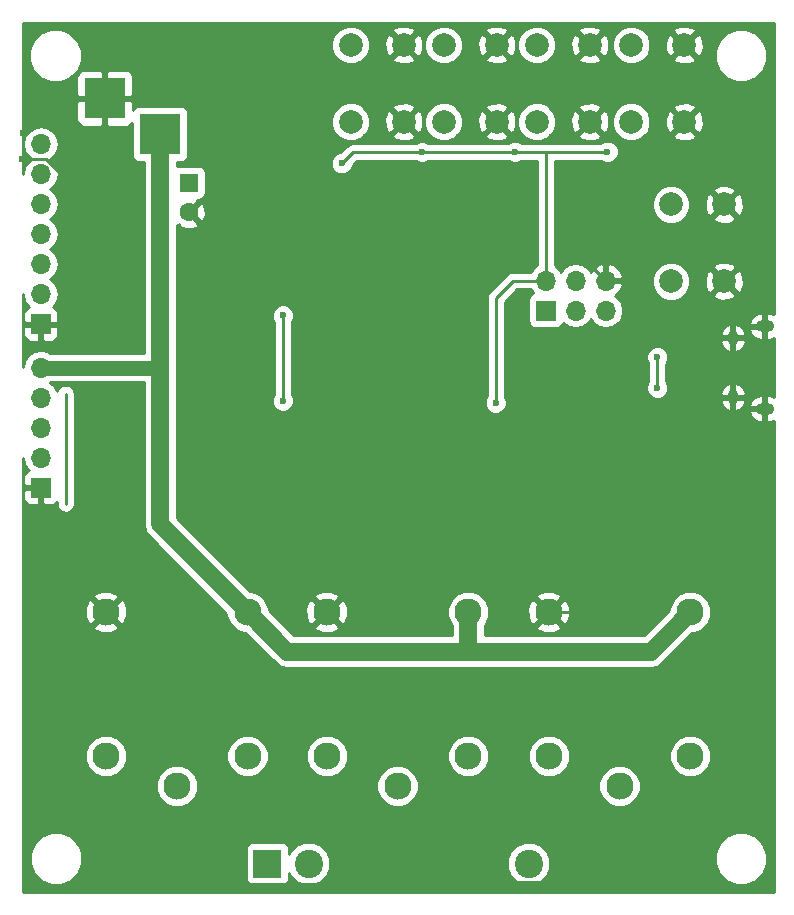
<source format=gbl>
G04 #@! TF.FileFunction,Copper,L2,Bot,Signal*
%FSLAX46Y46*%
G04 Gerber Fmt 4.6, Leading zero omitted, Abs format (unit mm)*
G04 Created by KiCad (PCBNEW 4.0.6) date 04/22/17 16:33:41*
%MOMM*%
%LPD*%
G01*
G04 APERTURE LIST*
%ADD10C,0.100000*%
%ADD11C,2.300000*%
%ADD12R,1.700000X1.700000*%
%ADD13O,1.700000X1.700000*%
%ADD14O,0.950000X1.250000*%
%ADD15O,1.550000X1.000000*%
%ADD16C,2.000000*%
%ADD17R,3.500000X3.500000*%
%ADD18C,2.400000*%
%ADD19R,2.400000X2.400000*%
%ADD20R,1.600000X1.600000*%
%ADD21C,1.600000*%
%ADD22C,0.600000*%
%ADD23C,0.250000*%
%ADD24C,1.500000*%
%ADD25C,1.250000*%
%ADD26C,0.254000*%
G04 APERTURE END LIST*
D10*
D11*
X131541000Y-108122500D03*
X137541000Y-122872500D03*
X131541000Y-120322500D03*
X143541000Y-120322500D03*
X143541000Y-108122500D03*
D12*
X126047500Y-83756500D03*
D13*
X126047500Y-81216500D03*
X126047500Y-78676500D03*
X126047500Y-76136500D03*
X126047500Y-73596500D03*
X126047500Y-71056500D03*
X126047500Y-68516500D03*
D12*
X126047500Y-97599500D03*
D13*
X126047500Y-95059500D03*
X126047500Y-92519500D03*
X126047500Y-89979500D03*
X126047500Y-87439500D03*
D12*
X168783000Y-82613500D03*
D13*
X168783000Y-80073500D03*
X171323000Y-82613500D03*
X171323000Y-80073500D03*
X173863000Y-82613500D03*
X173863000Y-80073500D03*
D14*
X184641500Y-89939500D03*
X184641500Y-84939500D03*
D15*
X187341500Y-90939500D03*
X187341500Y-83939500D03*
D11*
X150241000Y-108132500D03*
X156241000Y-122882500D03*
X150241000Y-120332500D03*
X162241000Y-120332500D03*
X162241000Y-108132500D03*
X169037000Y-108140500D03*
X175037000Y-122890500D03*
X169037000Y-120340500D03*
X181037000Y-120340500D03*
X181037000Y-108140500D03*
D16*
X183896000Y-80137000D03*
X179396000Y-80137000D03*
X183896000Y-73637000D03*
X179396000Y-73637000D03*
X180522000Y-66636900D03*
X176022000Y-66636900D03*
X180522000Y-60136900D03*
X176022000Y-60136900D03*
X172521000Y-66636900D03*
X168021000Y-66636900D03*
X172521000Y-60136900D03*
X168021000Y-60136900D03*
X164647000Y-66636900D03*
X160147000Y-66636900D03*
X164647000Y-60136900D03*
X160147000Y-60136900D03*
X156773000Y-66636900D03*
X152273000Y-66636900D03*
X156773000Y-60136900D03*
X152273000Y-60136900D03*
D17*
X136144000Y-67658500D03*
X136144000Y-61658500D03*
X131444000Y-64658500D03*
D18*
X148717000Y-129438400D03*
D19*
X145217000Y-129438400D03*
D18*
X167355400Y-129438400D03*
D19*
X163855400Y-129438400D03*
D20*
X138557000Y-71795000D03*
D21*
X138557000Y-74295000D03*
D22*
X178244500Y-86550500D03*
X178244500Y-89154000D03*
X186753500Y-114808000D03*
X181165500Y-104203500D03*
X146964400Y-64617600D03*
X147040600Y-70459600D03*
X143002000Y-74980800D03*
X144119600Y-82753200D03*
X138430000Y-77698600D03*
X133934200Y-73253600D03*
X137972800Y-85242400D03*
X143916400Y-88798400D03*
X147015200Y-92176600D03*
X138658600Y-91821000D03*
X134061200Y-91821000D03*
X173151800Y-131343400D03*
X160248600Y-131191000D03*
X141224000Y-131191000D03*
X152019000Y-131191000D03*
X125044200Y-100507800D03*
X125095000Y-110871000D03*
X125653800Y-123190000D03*
X133934200Y-123063000D03*
X141097000Y-123012200D03*
X152679400Y-123113800D03*
X159715200Y-122910600D03*
X171678600Y-123012200D03*
X178866800Y-122910600D03*
X184658000Y-123342400D03*
X180898800Y-131038600D03*
X134061200Y-83566000D03*
X132080000Y-77546200D03*
X130403600Y-75006200D03*
X128524000Y-72364600D03*
X127381000Y-69799200D03*
X124485400Y-69748400D03*
X124561600Y-67614800D03*
X127838200Y-79857600D03*
X133858000Y-79857600D03*
X148717000Y-82092800D03*
X145034000Y-76352400D03*
X149352000Y-76022200D03*
X178498500Y-97345500D03*
X168910000Y-97218500D03*
X160337500Y-95377000D03*
X167894000Y-89979500D03*
X173672500Y-89217500D03*
X177863500Y-92011500D03*
X180911500Y-94297500D03*
X146685000Y-108077000D03*
X142240000Y-104013000D03*
X141351000Y-116078000D03*
X159956500Y-108077000D03*
X159956500Y-116205000D03*
X161734500Y-75628500D03*
X177355500Y-75628500D03*
X177292000Y-73533000D03*
X160274000Y-73596500D03*
X153225500Y-84074000D03*
X153225500Y-90233500D03*
X159512000Y-90233500D03*
X176530000Y-86550500D03*
X170751500Y-86360000D03*
X156921200Y-82143600D03*
X157835600Y-78994000D03*
X161544000Y-81076800D03*
X166573200Y-78282800D03*
X171246800Y-77901800D03*
X156133800Y-77698600D03*
X151511000Y-70154800D03*
X174015400Y-69164200D03*
X166166800Y-69164200D03*
X158318200Y-69189600D03*
X164541200Y-90424000D03*
X146532600Y-83032600D03*
X146532600Y-90246200D03*
D23*
X128143000Y-89662000D02*
X128143000Y-98996500D01*
X178244500Y-89154000D02*
X178244500Y-86550500D01*
X169037000Y-108140500D02*
X177228500Y-108140500D01*
X177228500Y-108140500D02*
X181165500Y-104203500D01*
X146964400Y-64617600D02*
X142824200Y-68757800D01*
X142824200Y-68757800D02*
X142824200Y-72517000D01*
X143002000Y-74980800D02*
X143002000Y-74498200D01*
X143002000Y-74498200D02*
X147040600Y-70459600D01*
X138430000Y-77698600D02*
X139065000Y-77698600D01*
X139065000Y-77698600D02*
X144119600Y-82753200D01*
X143916400Y-88798400D02*
X141528800Y-88798400D01*
X141528800Y-88798400D02*
X137972800Y-85242400D01*
X138658600Y-91821000D02*
X146659600Y-91821000D01*
X146659600Y-91821000D02*
X147015200Y-92176600D01*
X160248600Y-131191000D02*
X172999400Y-131191000D01*
X172999400Y-131191000D02*
X173151800Y-131343400D01*
X152019000Y-131191000D02*
X141224000Y-131191000D01*
X125095000Y-110871000D02*
X125095000Y-100558600D01*
X125095000Y-100558600D02*
X125044200Y-100507800D01*
X133934200Y-123063000D02*
X125780800Y-123063000D01*
X125780800Y-123063000D02*
X125653800Y-123190000D01*
X152679400Y-123113800D02*
X141198600Y-123113800D01*
X141198600Y-123113800D02*
X141097000Y-123012200D01*
X171678600Y-123012200D02*
X159816800Y-123012200D01*
X159816800Y-123012200D02*
X159715200Y-122910600D01*
X184658000Y-123342400D02*
X184226200Y-122910600D01*
X184226200Y-122910600D02*
X178866800Y-122910600D01*
X163855400Y-129438400D02*
X163855400Y-130888400D01*
X163855400Y-130888400D02*
X164005600Y-131038600D01*
X164005600Y-131038600D02*
X166698598Y-131038600D01*
X166698598Y-131038600D02*
X180898800Y-131038600D01*
X130403600Y-75006200D02*
X130403600Y-75869800D01*
X130403600Y-75869800D02*
X132080000Y-77546200D01*
X128524000Y-72364600D02*
X128524000Y-73126600D01*
X128524000Y-73126600D02*
X130403600Y-75006200D01*
X124485400Y-69748400D02*
X126478402Y-69748400D01*
X126478402Y-69748400D02*
X128524000Y-71793998D01*
X128524000Y-71793998D02*
X128524000Y-72364600D01*
X124561600Y-67614800D02*
X124561600Y-69672200D01*
X124561600Y-69672200D02*
X124485400Y-69748400D01*
X133858000Y-79857600D02*
X127838200Y-79857600D01*
X149352000Y-76022200D02*
X149021800Y-76352400D01*
X149021800Y-76352400D02*
X145034000Y-76352400D01*
X160337500Y-95377000D02*
X167068500Y-95377000D01*
X167068500Y-95377000D02*
X168910000Y-97218500D01*
X173672500Y-89217500D02*
X172910500Y-89979500D01*
X172910500Y-89979500D02*
X167894000Y-89979500D01*
X180911500Y-94297500D02*
X178625500Y-92011500D01*
X178625500Y-92011500D02*
X177863500Y-92011500D01*
X142240000Y-104013000D02*
X146304000Y-108077000D01*
X146304000Y-108077000D02*
X146685000Y-108077000D01*
X126047500Y-83756500D02*
X127317500Y-83756500D01*
X177292000Y-73533000D02*
X177292000Y-75565000D01*
X177292000Y-75565000D02*
X177355500Y-75628500D01*
X173863000Y-80073500D02*
X171691300Y-77901800D01*
X171691300Y-77901800D02*
X171246800Y-77901800D01*
D24*
X136144000Y-100725500D02*
X136144000Y-87274400D01*
X136144000Y-87274400D02*
X136144000Y-81724500D01*
D25*
X126047500Y-87439500D02*
X135978900Y-87439500D01*
D23*
X135978900Y-87439500D02*
X136144000Y-87274400D01*
D24*
X136144000Y-81724500D02*
X136144000Y-67658500D01*
D23*
X136017000Y-81851500D02*
X136144000Y-81724500D01*
D24*
X177673000Y-111506000D02*
X162369500Y-111506000D01*
X162369500Y-111506000D02*
X146924500Y-111506000D01*
X162241000Y-108132500D02*
X162241000Y-111377500D01*
D23*
X162241000Y-111377500D02*
X162369500Y-111506000D01*
D24*
X143541000Y-108122500D02*
X136144000Y-100725500D01*
X146924500Y-111506000D02*
X143541000Y-108122500D01*
X179887001Y-109291999D02*
X177673000Y-111506000D01*
X181037000Y-108140500D02*
X179887001Y-109290499D01*
D23*
X179887001Y-109290499D02*
X179887001Y-109291999D01*
X151511000Y-70154800D02*
X152476200Y-69189600D01*
X152476200Y-69189600D02*
X158318200Y-69189600D01*
X166166800Y-69164200D02*
X158343600Y-69164200D01*
X158343600Y-69164200D02*
X158318200Y-69189600D01*
X166166800Y-69164200D02*
X168732200Y-69164200D01*
X168732200Y-69164200D02*
X174015400Y-69164200D01*
X168783000Y-80073500D02*
X168783000Y-69215000D01*
X168783000Y-69215000D02*
X168732200Y-69164200D01*
X166141400Y-69189600D02*
X166166800Y-69164200D01*
X164541200Y-81584800D02*
X166052500Y-80073500D01*
X166052500Y-80073500D02*
X168783000Y-80073500D01*
X164541200Y-90424000D02*
X164541200Y-81584800D01*
X146532600Y-90246200D02*
X146532600Y-83032600D01*
D26*
G36*
X188115000Y-82922594D02*
X187743500Y-82804500D01*
X187468500Y-82804500D01*
X187468500Y-83812500D01*
X187488500Y-83812500D01*
X187488500Y-84066500D01*
X187468500Y-84066500D01*
X187468500Y-85074500D01*
X187743500Y-85074500D01*
X188115000Y-84956406D01*
X188115000Y-89922594D01*
X187743500Y-89804500D01*
X187468500Y-89804500D01*
X187468500Y-90812500D01*
X187488500Y-90812500D01*
X187488500Y-91066500D01*
X187468500Y-91066500D01*
X187468500Y-92074500D01*
X187743500Y-92074500D01*
X188115000Y-91956406D01*
X188115000Y-131821000D01*
X124535000Y-131821000D01*
X124535000Y-129473619D01*
X125089613Y-129473619D01*
X125429155Y-130295372D01*
X126057321Y-130924636D01*
X126878481Y-131265611D01*
X127767619Y-131266387D01*
X128589372Y-130926845D01*
X129218636Y-130298679D01*
X129559611Y-129477519D01*
X129560387Y-128588381D01*
X129415778Y-128238400D01*
X143369560Y-128238400D01*
X143369560Y-130638400D01*
X143413838Y-130873717D01*
X143552910Y-131089841D01*
X143765110Y-131234831D01*
X144017000Y-131285840D01*
X146417000Y-131285840D01*
X146652317Y-131241562D01*
X146868441Y-131102490D01*
X147013431Y-130890290D01*
X147064440Y-130638400D01*
X147064440Y-130244112D01*
X147160455Y-130476486D01*
X147676199Y-130993130D01*
X148350395Y-131273081D01*
X149080403Y-131273718D01*
X149755086Y-130994945D01*
X150271730Y-130479201D01*
X150551681Y-129805005D01*
X150551683Y-129801803D01*
X165520082Y-129801803D01*
X165798855Y-130476486D01*
X166314599Y-130993130D01*
X166988795Y-131273081D01*
X167718803Y-131273718D01*
X168393486Y-130994945D01*
X168910130Y-130479201D01*
X169190081Y-129805005D01*
X169190370Y-129473619D01*
X183089613Y-129473619D01*
X183429155Y-130295372D01*
X184057321Y-130924636D01*
X184878481Y-131265611D01*
X185767619Y-131266387D01*
X186589372Y-130926845D01*
X187218636Y-130298679D01*
X187559611Y-129477519D01*
X187560387Y-128588381D01*
X187220845Y-127766628D01*
X186592679Y-127137364D01*
X185771519Y-126796389D01*
X184882381Y-126795613D01*
X184060628Y-127135155D01*
X183431364Y-127763321D01*
X183090389Y-128584481D01*
X183089613Y-129473619D01*
X169190370Y-129473619D01*
X169190718Y-129074997D01*
X168911945Y-128400314D01*
X168396201Y-127883670D01*
X167722005Y-127603719D01*
X166991997Y-127603082D01*
X166317314Y-127881855D01*
X165800670Y-128397599D01*
X165520719Y-129071795D01*
X165520082Y-129801803D01*
X150551683Y-129801803D01*
X150552318Y-129074997D01*
X150273545Y-128400314D01*
X149757801Y-127883670D01*
X149083605Y-127603719D01*
X148353597Y-127603082D01*
X147678914Y-127881855D01*
X147162270Y-128397599D01*
X147064440Y-128633199D01*
X147064440Y-128238400D01*
X147020162Y-128003083D01*
X146881090Y-127786959D01*
X146668890Y-127641969D01*
X146417000Y-127590960D01*
X144017000Y-127590960D01*
X143781683Y-127635238D01*
X143565559Y-127774310D01*
X143420569Y-127986510D01*
X143369560Y-128238400D01*
X129415778Y-128238400D01*
X129220845Y-127766628D01*
X128592679Y-127137364D01*
X127771519Y-126796389D01*
X126882381Y-126795613D01*
X126060628Y-127135155D01*
X125431364Y-127763321D01*
X125090389Y-128584481D01*
X125089613Y-129473619D01*
X124535000Y-129473619D01*
X124535000Y-123226001D01*
X135755691Y-123226001D01*
X136026868Y-123882300D01*
X136528559Y-124384867D01*
X137184384Y-124657189D01*
X137894501Y-124657809D01*
X138550800Y-124386632D01*
X139053367Y-123884941D01*
X139322830Y-123236001D01*
X154455691Y-123236001D01*
X154726868Y-123892300D01*
X155228559Y-124394867D01*
X155884384Y-124667189D01*
X156594501Y-124667809D01*
X157250800Y-124396632D01*
X157753367Y-123894941D01*
X158023660Y-123244001D01*
X173251691Y-123244001D01*
X173522868Y-123900300D01*
X174024559Y-124402867D01*
X174680384Y-124675189D01*
X175390501Y-124675809D01*
X176046800Y-124404632D01*
X176549367Y-123902941D01*
X176821689Y-123247116D01*
X176822309Y-122536999D01*
X176551132Y-121880700D01*
X176049441Y-121378133D01*
X175393616Y-121105811D01*
X174683499Y-121105191D01*
X174027200Y-121376368D01*
X173524633Y-121878059D01*
X173252311Y-122533884D01*
X173251691Y-123244001D01*
X158023660Y-123244001D01*
X158025689Y-123239116D01*
X158026309Y-122528999D01*
X157755132Y-121872700D01*
X157253441Y-121370133D01*
X156597616Y-121097811D01*
X155887499Y-121097191D01*
X155231200Y-121368368D01*
X154728633Y-121870059D01*
X154456311Y-122525884D01*
X154455691Y-123236001D01*
X139322830Y-123236001D01*
X139325689Y-123229116D01*
X139326309Y-122518999D01*
X139055132Y-121862700D01*
X138553441Y-121360133D01*
X137897616Y-121087811D01*
X137187499Y-121087191D01*
X136531200Y-121358368D01*
X136028633Y-121860059D01*
X135756311Y-122515884D01*
X135755691Y-123226001D01*
X124535000Y-123226001D01*
X124535000Y-120676001D01*
X129755691Y-120676001D01*
X130026868Y-121332300D01*
X130528559Y-121834867D01*
X131184384Y-122107189D01*
X131894501Y-122107809D01*
X132550800Y-121836632D01*
X133053367Y-121334941D01*
X133325689Y-120679116D01*
X133325691Y-120676001D01*
X141755691Y-120676001D01*
X142026868Y-121332300D01*
X142528559Y-121834867D01*
X143184384Y-122107189D01*
X143894501Y-122107809D01*
X144550800Y-121836632D01*
X145053367Y-121334941D01*
X145322830Y-120686001D01*
X148455691Y-120686001D01*
X148726868Y-121342300D01*
X149228559Y-121844867D01*
X149884384Y-122117189D01*
X150594501Y-122117809D01*
X151250800Y-121846632D01*
X151753367Y-121344941D01*
X152025689Y-120689116D01*
X152025691Y-120686001D01*
X160455691Y-120686001D01*
X160726868Y-121342300D01*
X161228559Y-121844867D01*
X161884384Y-122117189D01*
X162594501Y-122117809D01*
X163250800Y-121846632D01*
X163753367Y-121344941D01*
X164023660Y-120694001D01*
X167251691Y-120694001D01*
X167522868Y-121350300D01*
X168024559Y-121852867D01*
X168680384Y-122125189D01*
X169390501Y-122125809D01*
X170046800Y-121854632D01*
X170549367Y-121352941D01*
X170821689Y-120697116D01*
X170821691Y-120694001D01*
X179251691Y-120694001D01*
X179522868Y-121350300D01*
X180024559Y-121852867D01*
X180680384Y-122125189D01*
X181390501Y-122125809D01*
X182046800Y-121854632D01*
X182549367Y-121352941D01*
X182821689Y-120697116D01*
X182822309Y-119986999D01*
X182551132Y-119330700D01*
X182049441Y-118828133D01*
X181393616Y-118555811D01*
X180683499Y-118555191D01*
X180027200Y-118826368D01*
X179524633Y-119328059D01*
X179252311Y-119983884D01*
X179251691Y-120694001D01*
X170821691Y-120694001D01*
X170822309Y-119986999D01*
X170551132Y-119330700D01*
X170049441Y-118828133D01*
X169393616Y-118555811D01*
X168683499Y-118555191D01*
X168027200Y-118826368D01*
X167524633Y-119328059D01*
X167252311Y-119983884D01*
X167251691Y-120694001D01*
X164023660Y-120694001D01*
X164025689Y-120689116D01*
X164026309Y-119978999D01*
X163755132Y-119322700D01*
X163253441Y-118820133D01*
X162597616Y-118547811D01*
X161887499Y-118547191D01*
X161231200Y-118818368D01*
X160728633Y-119320059D01*
X160456311Y-119975884D01*
X160455691Y-120686001D01*
X152025691Y-120686001D01*
X152026309Y-119978999D01*
X151755132Y-119322700D01*
X151253441Y-118820133D01*
X150597616Y-118547811D01*
X149887499Y-118547191D01*
X149231200Y-118818368D01*
X148728633Y-119320059D01*
X148456311Y-119975884D01*
X148455691Y-120686001D01*
X145322830Y-120686001D01*
X145325689Y-120679116D01*
X145326309Y-119968999D01*
X145055132Y-119312700D01*
X144553441Y-118810133D01*
X143897616Y-118537811D01*
X143187499Y-118537191D01*
X142531200Y-118808368D01*
X142028633Y-119310059D01*
X141756311Y-119965884D01*
X141755691Y-120676001D01*
X133325691Y-120676001D01*
X133326309Y-119968999D01*
X133055132Y-119312700D01*
X132553441Y-118810133D01*
X131897616Y-118537811D01*
X131187499Y-118537191D01*
X130531200Y-118808368D01*
X130028633Y-119310059D01*
X129756311Y-119965884D01*
X129755691Y-120676001D01*
X124535000Y-120676001D01*
X124535000Y-109383525D01*
X130459581Y-109383525D01*
X130576601Y-109665946D01*
X131240663Y-109917518D01*
X131950448Y-109895814D01*
X132505399Y-109665946D01*
X132622419Y-109383525D01*
X131541000Y-108302105D01*
X130459581Y-109383525D01*
X124535000Y-109383525D01*
X124535000Y-107822163D01*
X129745982Y-107822163D01*
X129767686Y-108531948D01*
X129997554Y-109086899D01*
X130279975Y-109203919D01*
X131361395Y-108122500D01*
X131720605Y-108122500D01*
X132802025Y-109203919D01*
X133084446Y-109086899D01*
X133336018Y-108422837D01*
X133314314Y-107713052D01*
X133084446Y-107158101D01*
X132802025Y-107041081D01*
X131720605Y-108122500D01*
X131361395Y-108122500D01*
X130279975Y-107041081D01*
X129997554Y-107158101D01*
X129745982Y-107822163D01*
X124535000Y-107822163D01*
X124535000Y-106861475D01*
X130459581Y-106861475D01*
X131541000Y-107942895D01*
X132622419Y-106861475D01*
X132505399Y-106579054D01*
X131841337Y-106327482D01*
X131131552Y-106349186D01*
X130576601Y-106579054D01*
X130459581Y-106861475D01*
X124535000Y-106861475D01*
X124535000Y-97885250D01*
X124562500Y-97885250D01*
X124562500Y-98575810D01*
X124659173Y-98809199D01*
X124837802Y-98987827D01*
X125071191Y-99084500D01*
X125761750Y-99084500D01*
X125920500Y-98925750D01*
X125920500Y-97726500D01*
X124721250Y-97726500D01*
X124562500Y-97885250D01*
X124535000Y-97885250D01*
X124535000Y-95067509D01*
X124646446Y-95627785D01*
X124968353Y-96109554D01*
X125012277Y-96138903D01*
X124837802Y-96211173D01*
X124659173Y-96389801D01*
X124562500Y-96623190D01*
X124562500Y-97313750D01*
X124721250Y-97472500D01*
X125920500Y-97472500D01*
X125920500Y-97452500D01*
X126174500Y-97452500D01*
X126174500Y-97472500D01*
X126194500Y-97472500D01*
X126194500Y-97726500D01*
X126174500Y-97726500D01*
X126174500Y-98925750D01*
X126333250Y-99084500D01*
X127023809Y-99084500D01*
X127257198Y-98987827D01*
X127383000Y-98862026D01*
X127383000Y-98996500D01*
X127440852Y-99287339D01*
X127605599Y-99533901D01*
X127852161Y-99698648D01*
X128143000Y-99756500D01*
X128433839Y-99698648D01*
X128680401Y-99533901D01*
X128845148Y-99287339D01*
X128903000Y-98996500D01*
X128903000Y-89662000D01*
X128845148Y-89371161D01*
X128680401Y-89124599D01*
X128433839Y-88959852D01*
X128143000Y-88902000D01*
X127852161Y-88959852D01*
X127605599Y-89124599D01*
X127440852Y-89371161D01*
X127436479Y-89393144D01*
X127126647Y-88929446D01*
X126797474Y-88709500D01*
X126812440Y-88699500D01*
X134759000Y-88699500D01*
X134759000Y-100725500D01*
X134864427Y-101255517D01*
X135164657Y-101704843D01*
X141755848Y-108296034D01*
X141755691Y-108476001D01*
X142026868Y-109132300D01*
X142528559Y-109634867D01*
X143184384Y-109907189D01*
X143367163Y-109907349D01*
X145945157Y-112485343D01*
X146394484Y-112785574D01*
X146924500Y-112891000D01*
X177673000Y-112891000D01*
X178203017Y-112785573D01*
X178652343Y-112485343D01*
X180866344Y-110271342D01*
X180869364Y-110266822D01*
X181210534Y-109925652D01*
X181390501Y-109925809D01*
X182046800Y-109654632D01*
X182549367Y-109152941D01*
X182821689Y-108497116D01*
X182822309Y-107786999D01*
X182551132Y-107130700D01*
X182049441Y-106628133D01*
X181393616Y-106355811D01*
X180683499Y-106355191D01*
X180027200Y-106626368D01*
X179524633Y-107128059D01*
X179252311Y-107783884D01*
X179252151Y-107966663D01*
X178907658Y-108311156D01*
X178904638Y-108315676D01*
X177099314Y-110121000D01*
X163626000Y-110121000D01*
X163626000Y-109401525D01*
X167955581Y-109401525D01*
X168072601Y-109683946D01*
X168736663Y-109935518D01*
X169446448Y-109913814D01*
X170001399Y-109683946D01*
X170118419Y-109401525D01*
X169037000Y-108320105D01*
X167955581Y-109401525D01*
X163626000Y-109401525D01*
X163626000Y-109272086D01*
X163753367Y-109144941D01*
X164025689Y-108489116D01*
X164026255Y-107840163D01*
X167241982Y-107840163D01*
X167263686Y-108549948D01*
X167493554Y-109104899D01*
X167775975Y-109221919D01*
X168857395Y-108140500D01*
X169216605Y-108140500D01*
X170298025Y-109221919D01*
X170580446Y-109104899D01*
X170832018Y-108440837D01*
X170810314Y-107731052D01*
X170580446Y-107176101D01*
X170298025Y-107059081D01*
X169216605Y-108140500D01*
X168857395Y-108140500D01*
X167775975Y-107059081D01*
X167493554Y-107176101D01*
X167241982Y-107840163D01*
X164026255Y-107840163D01*
X164026309Y-107778999D01*
X163755132Y-107122700D01*
X163512331Y-106879475D01*
X167955581Y-106879475D01*
X169037000Y-107960895D01*
X170118419Y-106879475D01*
X170001399Y-106597054D01*
X169337337Y-106345482D01*
X168627552Y-106367186D01*
X168072601Y-106597054D01*
X167955581Y-106879475D01*
X163512331Y-106879475D01*
X163253441Y-106620133D01*
X162597616Y-106347811D01*
X161887499Y-106347191D01*
X161231200Y-106618368D01*
X160728633Y-107120059D01*
X160456311Y-107775884D01*
X160455691Y-108486001D01*
X160726868Y-109142300D01*
X160856000Y-109271657D01*
X160856000Y-110121000D01*
X147498186Y-110121000D01*
X146770711Y-109393525D01*
X149159581Y-109393525D01*
X149276601Y-109675946D01*
X149940663Y-109927518D01*
X150650448Y-109905814D01*
X151205399Y-109675946D01*
X151322419Y-109393525D01*
X150241000Y-108312105D01*
X149159581Y-109393525D01*
X146770711Y-109393525D01*
X145326152Y-107948966D01*
X145326253Y-107832163D01*
X148445982Y-107832163D01*
X148467686Y-108541948D01*
X148697554Y-109096899D01*
X148979975Y-109213919D01*
X150061395Y-108132500D01*
X150420605Y-108132500D01*
X151502025Y-109213919D01*
X151784446Y-109096899D01*
X152036018Y-108432837D01*
X152014314Y-107723052D01*
X151784446Y-107168101D01*
X151502025Y-107051081D01*
X150420605Y-108132500D01*
X150061395Y-108132500D01*
X148979975Y-107051081D01*
X148697554Y-107168101D01*
X148445982Y-107832163D01*
X145326253Y-107832163D01*
X145326309Y-107768999D01*
X145055132Y-107112700D01*
X144814328Y-106871475D01*
X149159581Y-106871475D01*
X150241000Y-107952895D01*
X151322419Y-106871475D01*
X151205399Y-106589054D01*
X150541337Y-106337482D01*
X149831552Y-106359186D01*
X149276601Y-106589054D01*
X149159581Y-106871475D01*
X144814328Y-106871475D01*
X144553441Y-106610133D01*
X143897616Y-106337811D01*
X143714837Y-106337651D01*
X137529000Y-100151814D01*
X137529000Y-83217767D01*
X145597438Y-83217767D01*
X145739483Y-83561543D01*
X145772600Y-83594718D01*
X145772600Y-89683737D01*
X145740408Y-89715873D01*
X145597762Y-90059401D01*
X145597438Y-90431367D01*
X145739483Y-90775143D01*
X146002273Y-91038392D01*
X146345801Y-91181038D01*
X146717767Y-91181362D01*
X147061543Y-91039317D01*
X147324792Y-90776527D01*
X147467438Y-90432999D01*
X147467762Y-90061033D01*
X147325717Y-89717257D01*
X147292600Y-89684082D01*
X147292600Y-83595063D01*
X147324792Y-83562927D01*
X147467438Y-83219399D01*
X147467762Y-82847433D01*
X147325717Y-82503657D01*
X147062927Y-82240408D01*
X146719399Y-82097762D01*
X146347433Y-82097438D01*
X146003657Y-82239483D01*
X145740408Y-82502273D01*
X145597762Y-82845801D01*
X145597438Y-83217767D01*
X137529000Y-83217767D01*
X137529000Y-75332636D01*
X137613986Y-75417622D01*
X137728861Y-75302747D01*
X137802995Y-75548864D01*
X138340223Y-75741965D01*
X138910454Y-75714778D01*
X139311005Y-75548864D01*
X139385139Y-75302745D01*
X138557000Y-74474605D01*
X138542858Y-74488748D01*
X138363252Y-74309142D01*
X138377395Y-74295000D01*
X138736605Y-74295000D01*
X139564745Y-75123139D01*
X139810864Y-75049005D01*
X140003965Y-74511777D01*
X139976778Y-73941546D01*
X139810864Y-73540995D01*
X139564745Y-73466861D01*
X138736605Y-74295000D01*
X138377395Y-74295000D01*
X138363252Y-74280858D01*
X138542858Y-74101252D01*
X138557000Y-74115395D01*
X139385139Y-73287255D01*
X139370855Y-73239833D01*
X139592317Y-73198162D01*
X139808441Y-73059090D01*
X139953431Y-72846890D01*
X140004440Y-72595000D01*
X140004440Y-70995000D01*
X139960162Y-70759683D01*
X139821090Y-70543559D01*
X139608890Y-70398569D01*
X139357000Y-70347560D01*
X137757000Y-70347560D01*
X137529000Y-70390461D01*
X137529000Y-70339967D01*
X150575838Y-70339967D01*
X150717883Y-70683743D01*
X150980673Y-70946992D01*
X151324201Y-71089638D01*
X151696167Y-71089962D01*
X152039943Y-70947917D01*
X152303192Y-70685127D01*
X152445838Y-70341599D01*
X152445879Y-70294723D01*
X152791002Y-69949600D01*
X157755737Y-69949600D01*
X157787873Y-69981792D01*
X158131401Y-70124438D01*
X158503367Y-70124762D01*
X158847143Y-69982717D01*
X158905762Y-69924200D01*
X165604337Y-69924200D01*
X165636473Y-69956392D01*
X165980001Y-70099038D01*
X166351967Y-70099362D01*
X166695743Y-69957317D01*
X166728918Y-69924200D01*
X168023000Y-69924200D01*
X168023000Y-78800546D01*
X167732946Y-78994353D01*
X167519699Y-79313500D01*
X166052500Y-79313500D01*
X165761661Y-79371352D01*
X165515099Y-79536099D01*
X164003799Y-81047399D01*
X163839052Y-81293961D01*
X163781200Y-81584800D01*
X163781200Y-89861537D01*
X163749008Y-89893673D01*
X163606362Y-90237201D01*
X163606038Y-90609167D01*
X163748083Y-90952943D01*
X164010873Y-91216192D01*
X164354401Y-91358838D01*
X164726367Y-91359162D01*
X165011436Y-91241374D01*
X185972381Y-91241374D01*
X186174132Y-91652263D01*
X186514822Y-91939502D01*
X186939500Y-92074500D01*
X187214500Y-92074500D01*
X187214500Y-91066500D01*
X186098546Y-91066500D01*
X185972381Y-91241374D01*
X165011436Y-91241374D01*
X165070143Y-91217117D01*
X165333392Y-90954327D01*
X165476038Y-90610799D01*
X165476360Y-90240631D01*
X183540271Y-90240631D01*
X183681932Y-90650549D01*
X183969679Y-90975052D01*
X184343562Y-91158768D01*
X184514500Y-91032234D01*
X184514500Y-90066500D01*
X184768500Y-90066500D01*
X184768500Y-91032234D01*
X184939438Y-91158768D01*
X185313321Y-90975052D01*
X185601068Y-90650549D01*
X185605533Y-90637626D01*
X185972381Y-90637626D01*
X186098546Y-90812500D01*
X187214500Y-90812500D01*
X187214500Y-89804500D01*
X186939500Y-89804500D01*
X186514822Y-89939498D01*
X186174132Y-90226737D01*
X185972381Y-90637626D01*
X185605533Y-90637626D01*
X185742729Y-90240631D01*
X185594063Y-90066500D01*
X184768500Y-90066500D01*
X184514500Y-90066500D01*
X183688937Y-90066500D01*
X183540271Y-90240631D01*
X165476360Y-90240631D01*
X165476362Y-90238833D01*
X165334317Y-89895057D01*
X165301200Y-89861882D01*
X165301200Y-86735667D01*
X177309338Y-86735667D01*
X177451383Y-87079443D01*
X177484500Y-87112618D01*
X177484500Y-88591537D01*
X177452308Y-88623673D01*
X177309662Y-88967201D01*
X177309338Y-89339167D01*
X177451383Y-89682943D01*
X177714173Y-89946192D01*
X178057701Y-90088838D01*
X178429667Y-90089162D01*
X178773443Y-89947117D01*
X179036692Y-89684327D01*
X179055775Y-89638369D01*
X183540271Y-89638369D01*
X183688937Y-89812500D01*
X184514500Y-89812500D01*
X184514500Y-88846766D01*
X184768500Y-88846766D01*
X184768500Y-89812500D01*
X185594063Y-89812500D01*
X185742729Y-89638369D01*
X185601068Y-89228451D01*
X185313321Y-88903948D01*
X184939438Y-88720232D01*
X184768500Y-88846766D01*
X184514500Y-88846766D01*
X184343562Y-88720232D01*
X183969679Y-88903948D01*
X183681932Y-89228451D01*
X183540271Y-89638369D01*
X179055775Y-89638369D01*
X179179338Y-89340799D01*
X179179662Y-88968833D01*
X179037617Y-88625057D01*
X179004500Y-88591882D01*
X179004500Y-87112963D01*
X179036692Y-87080827D01*
X179179338Y-86737299D01*
X179179662Y-86365333D01*
X179037617Y-86021557D01*
X178774827Y-85758308D01*
X178431299Y-85615662D01*
X178059333Y-85615338D01*
X177715557Y-85757383D01*
X177452308Y-86020173D01*
X177309662Y-86363701D01*
X177309338Y-86735667D01*
X165301200Y-86735667D01*
X165301200Y-85240631D01*
X183540271Y-85240631D01*
X183681932Y-85650549D01*
X183969679Y-85975052D01*
X184343562Y-86158768D01*
X184514500Y-86032234D01*
X184514500Y-85066500D01*
X184768500Y-85066500D01*
X184768500Y-86032234D01*
X184939438Y-86158768D01*
X185313321Y-85975052D01*
X185601068Y-85650549D01*
X185742729Y-85240631D01*
X185594063Y-85066500D01*
X184768500Y-85066500D01*
X184514500Y-85066500D01*
X183688937Y-85066500D01*
X183540271Y-85240631D01*
X165301200Y-85240631D01*
X165301200Y-84638369D01*
X183540271Y-84638369D01*
X183688937Y-84812500D01*
X184514500Y-84812500D01*
X184514500Y-83846766D01*
X184768500Y-83846766D01*
X184768500Y-84812500D01*
X185594063Y-84812500D01*
X185742729Y-84638369D01*
X185605534Y-84241374D01*
X185972381Y-84241374D01*
X186174132Y-84652263D01*
X186514822Y-84939502D01*
X186939500Y-85074500D01*
X187214500Y-85074500D01*
X187214500Y-84066500D01*
X186098546Y-84066500D01*
X185972381Y-84241374D01*
X185605534Y-84241374D01*
X185601068Y-84228451D01*
X185313321Y-83903948D01*
X184939438Y-83720232D01*
X184768500Y-83846766D01*
X184514500Y-83846766D01*
X184343562Y-83720232D01*
X183969679Y-83903948D01*
X183681932Y-84228451D01*
X183540271Y-84638369D01*
X165301200Y-84638369D01*
X165301200Y-81899602D01*
X166367302Y-80833500D01*
X167519699Y-80833500D01*
X167732946Y-81152647D01*
X167734179Y-81153471D01*
X167697683Y-81160338D01*
X167481559Y-81299410D01*
X167336569Y-81511610D01*
X167285560Y-81763500D01*
X167285560Y-83463500D01*
X167329838Y-83698817D01*
X167468910Y-83914941D01*
X167681110Y-84059931D01*
X167933000Y-84110940D01*
X169633000Y-84110940D01*
X169868317Y-84066662D01*
X170084441Y-83927590D01*
X170229431Y-83715390D01*
X170243086Y-83647959D01*
X170272946Y-83692647D01*
X170754715Y-84014554D01*
X171323000Y-84127593D01*
X171891285Y-84014554D01*
X172373054Y-83692647D01*
X172593000Y-83363474D01*
X172812946Y-83692647D01*
X173294715Y-84014554D01*
X173863000Y-84127593D01*
X174431285Y-84014554D01*
X174913054Y-83692647D01*
X174949817Y-83637626D01*
X185972381Y-83637626D01*
X186098546Y-83812500D01*
X187214500Y-83812500D01*
X187214500Y-82804500D01*
X186939500Y-82804500D01*
X186514822Y-82939498D01*
X186174132Y-83226737D01*
X185972381Y-83637626D01*
X174949817Y-83637626D01*
X175234961Y-83210878D01*
X175348000Y-82642593D01*
X175348000Y-82584407D01*
X175234961Y-82016122D01*
X174913054Y-81534353D01*
X174629899Y-81345155D01*
X174629924Y-81345145D01*
X175058183Y-80954858D01*
X175290207Y-80460795D01*
X177760716Y-80460795D01*
X178009106Y-81061943D01*
X178468637Y-81522278D01*
X179069352Y-81771716D01*
X179719795Y-81772284D01*
X180320943Y-81523894D01*
X180555715Y-81289532D01*
X182923073Y-81289532D01*
X183021736Y-81556387D01*
X183631461Y-81782908D01*
X184281460Y-81758856D01*
X184770264Y-81556387D01*
X184868927Y-81289532D01*
X183896000Y-80316605D01*
X182923073Y-81289532D01*
X180555715Y-81289532D01*
X180781278Y-81064363D01*
X181030716Y-80463648D01*
X181031232Y-79872461D01*
X182250092Y-79872461D01*
X182274144Y-80522460D01*
X182476613Y-81011264D01*
X182743468Y-81109927D01*
X183716395Y-80137000D01*
X184075605Y-80137000D01*
X185048532Y-81109927D01*
X185315387Y-81011264D01*
X185541908Y-80401539D01*
X185517856Y-79751540D01*
X185315387Y-79262736D01*
X185048532Y-79164073D01*
X184075605Y-80137000D01*
X183716395Y-80137000D01*
X182743468Y-79164073D01*
X182476613Y-79262736D01*
X182250092Y-79872461D01*
X181031232Y-79872461D01*
X181031284Y-79813205D01*
X180782894Y-79212057D01*
X180555703Y-78984468D01*
X182923073Y-78984468D01*
X183896000Y-79957395D01*
X184868927Y-78984468D01*
X184770264Y-78717613D01*
X184160539Y-78491092D01*
X183510540Y-78515144D01*
X183021736Y-78717613D01*
X182923073Y-78984468D01*
X180555703Y-78984468D01*
X180323363Y-78751722D01*
X179722648Y-78502284D01*
X179072205Y-78501716D01*
X178471057Y-78750106D01*
X178010722Y-79209637D01*
X177761284Y-79810352D01*
X177760716Y-80460795D01*
X175290207Y-80460795D01*
X175304486Y-80430392D01*
X175183819Y-80200500D01*
X173990000Y-80200500D01*
X173990000Y-80220500D01*
X173736000Y-80220500D01*
X173736000Y-80200500D01*
X173716000Y-80200500D01*
X173716000Y-79946500D01*
X173736000Y-79946500D01*
X173736000Y-78753345D01*
X173990000Y-78753345D01*
X173990000Y-79946500D01*
X175183819Y-79946500D01*
X175304486Y-79716608D01*
X175058183Y-79192142D01*
X174629924Y-78801855D01*
X174219890Y-78632024D01*
X173990000Y-78753345D01*
X173736000Y-78753345D01*
X173506110Y-78632024D01*
X173096076Y-78801855D01*
X172667817Y-79192142D01*
X172600702Y-79335053D01*
X172373054Y-78994353D01*
X171891285Y-78672446D01*
X171323000Y-78559407D01*
X170754715Y-78672446D01*
X170272946Y-78994353D01*
X170053000Y-79323526D01*
X169833054Y-78994353D01*
X169543000Y-78800546D01*
X169543000Y-73960795D01*
X177760716Y-73960795D01*
X178009106Y-74561943D01*
X178468637Y-75022278D01*
X179069352Y-75271716D01*
X179719795Y-75272284D01*
X180320943Y-75023894D01*
X180555715Y-74789532D01*
X182923073Y-74789532D01*
X183021736Y-75056387D01*
X183631461Y-75282908D01*
X184281460Y-75258856D01*
X184770264Y-75056387D01*
X184868927Y-74789532D01*
X183896000Y-73816605D01*
X182923073Y-74789532D01*
X180555715Y-74789532D01*
X180781278Y-74564363D01*
X181030716Y-73963648D01*
X181031232Y-73372461D01*
X182250092Y-73372461D01*
X182274144Y-74022460D01*
X182476613Y-74511264D01*
X182743468Y-74609927D01*
X183716395Y-73637000D01*
X184075605Y-73637000D01*
X185048532Y-74609927D01*
X185315387Y-74511264D01*
X185541908Y-73901539D01*
X185517856Y-73251540D01*
X185315387Y-72762736D01*
X185048532Y-72664073D01*
X184075605Y-73637000D01*
X183716395Y-73637000D01*
X182743468Y-72664073D01*
X182476613Y-72762736D01*
X182250092Y-73372461D01*
X181031232Y-73372461D01*
X181031284Y-73313205D01*
X180782894Y-72712057D01*
X180555703Y-72484468D01*
X182923073Y-72484468D01*
X183896000Y-73457395D01*
X184868927Y-72484468D01*
X184770264Y-72217613D01*
X184160539Y-71991092D01*
X183510540Y-72015144D01*
X183021736Y-72217613D01*
X182923073Y-72484468D01*
X180555703Y-72484468D01*
X180323363Y-72251722D01*
X179722648Y-72002284D01*
X179072205Y-72001716D01*
X178471057Y-72250106D01*
X178010722Y-72709637D01*
X177761284Y-73310352D01*
X177760716Y-73960795D01*
X169543000Y-73960795D01*
X169543000Y-69924200D01*
X173452937Y-69924200D01*
X173485073Y-69956392D01*
X173828601Y-70099038D01*
X174200567Y-70099362D01*
X174544343Y-69957317D01*
X174807592Y-69694527D01*
X174950238Y-69350999D01*
X174950562Y-68979033D01*
X174808517Y-68635257D01*
X174545727Y-68372008D01*
X174202199Y-68229362D01*
X173830233Y-68229038D01*
X173486457Y-68371083D01*
X173453282Y-68404200D01*
X166729263Y-68404200D01*
X166697127Y-68372008D01*
X166353599Y-68229362D01*
X165981633Y-68229038D01*
X165637857Y-68371083D01*
X165604682Y-68404200D01*
X158855307Y-68404200D01*
X158848527Y-68397408D01*
X158504999Y-68254762D01*
X158133033Y-68254438D01*
X157789257Y-68396483D01*
X157756082Y-68429600D01*
X152476200Y-68429600D01*
X152185361Y-68487452D01*
X151938799Y-68652199D01*
X151371320Y-69219678D01*
X151325833Y-69219638D01*
X150982057Y-69361683D01*
X150718808Y-69624473D01*
X150576162Y-69968001D01*
X150575838Y-70339967D01*
X137529000Y-70339967D01*
X137529000Y-70055940D01*
X137894000Y-70055940D01*
X138129317Y-70011662D01*
X138345441Y-69872590D01*
X138490431Y-69660390D01*
X138541440Y-69408500D01*
X138541440Y-66960695D01*
X150637716Y-66960695D01*
X150886106Y-67561843D01*
X151345637Y-68022178D01*
X151946352Y-68271616D01*
X152596795Y-68272184D01*
X153197943Y-68023794D01*
X153432715Y-67789432D01*
X155800073Y-67789432D01*
X155898736Y-68056287D01*
X156508461Y-68282808D01*
X157158460Y-68258756D01*
X157647264Y-68056287D01*
X157745927Y-67789432D01*
X156773000Y-66816505D01*
X155800073Y-67789432D01*
X153432715Y-67789432D01*
X153658278Y-67564263D01*
X153907716Y-66963548D01*
X153908232Y-66372361D01*
X155127092Y-66372361D01*
X155151144Y-67022360D01*
X155353613Y-67511164D01*
X155620468Y-67609827D01*
X156593395Y-66636900D01*
X156952605Y-66636900D01*
X157925532Y-67609827D01*
X158192387Y-67511164D01*
X158396893Y-66960695D01*
X158511716Y-66960695D01*
X158760106Y-67561843D01*
X159219637Y-68022178D01*
X159820352Y-68271616D01*
X160470795Y-68272184D01*
X161071943Y-68023794D01*
X161306715Y-67789432D01*
X163674073Y-67789432D01*
X163772736Y-68056287D01*
X164382461Y-68282808D01*
X165032460Y-68258756D01*
X165521264Y-68056287D01*
X165619927Y-67789432D01*
X164647000Y-66816505D01*
X163674073Y-67789432D01*
X161306715Y-67789432D01*
X161532278Y-67564263D01*
X161781716Y-66963548D01*
X161782232Y-66372361D01*
X163001092Y-66372361D01*
X163025144Y-67022360D01*
X163227613Y-67511164D01*
X163494468Y-67609827D01*
X164467395Y-66636900D01*
X164826605Y-66636900D01*
X165799532Y-67609827D01*
X166066387Y-67511164D01*
X166270893Y-66960695D01*
X166385716Y-66960695D01*
X166634106Y-67561843D01*
X167093637Y-68022178D01*
X167694352Y-68271616D01*
X168344795Y-68272184D01*
X168945943Y-68023794D01*
X169180715Y-67789432D01*
X171548073Y-67789432D01*
X171646736Y-68056287D01*
X172256461Y-68282808D01*
X172906460Y-68258756D01*
X173395264Y-68056287D01*
X173493927Y-67789432D01*
X172521000Y-66816505D01*
X171548073Y-67789432D01*
X169180715Y-67789432D01*
X169406278Y-67564263D01*
X169655716Y-66963548D01*
X169656232Y-66372361D01*
X170875092Y-66372361D01*
X170899144Y-67022360D01*
X171101613Y-67511164D01*
X171368468Y-67609827D01*
X172341395Y-66636900D01*
X172700605Y-66636900D01*
X173673532Y-67609827D01*
X173940387Y-67511164D01*
X174144893Y-66960695D01*
X174386716Y-66960695D01*
X174635106Y-67561843D01*
X175094637Y-68022178D01*
X175695352Y-68271616D01*
X176345795Y-68272184D01*
X176946943Y-68023794D01*
X177181715Y-67789432D01*
X179549073Y-67789432D01*
X179647736Y-68056287D01*
X180257461Y-68282808D01*
X180907460Y-68258756D01*
X181396264Y-68056287D01*
X181494927Y-67789432D01*
X180522000Y-66816505D01*
X179549073Y-67789432D01*
X177181715Y-67789432D01*
X177407278Y-67564263D01*
X177656716Y-66963548D01*
X177657232Y-66372361D01*
X178876092Y-66372361D01*
X178900144Y-67022360D01*
X179102613Y-67511164D01*
X179369468Y-67609827D01*
X180342395Y-66636900D01*
X180701605Y-66636900D01*
X181674532Y-67609827D01*
X181941387Y-67511164D01*
X182167908Y-66901439D01*
X182143856Y-66251440D01*
X181941387Y-65762636D01*
X181674532Y-65663973D01*
X180701605Y-66636900D01*
X180342395Y-66636900D01*
X179369468Y-65663973D01*
X179102613Y-65762636D01*
X178876092Y-66372361D01*
X177657232Y-66372361D01*
X177657284Y-66313105D01*
X177408894Y-65711957D01*
X177181703Y-65484368D01*
X179549073Y-65484368D01*
X180522000Y-66457295D01*
X181494927Y-65484368D01*
X181396264Y-65217513D01*
X180786539Y-64990992D01*
X180136540Y-65015044D01*
X179647736Y-65217513D01*
X179549073Y-65484368D01*
X177181703Y-65484368D01*
X176949363Y-65251622D01*
X176348648Y-65002184D01*
X175698205Y-65001616D01*
X175097057Y-65250006D01*
X174636722Y-65709537D01*
X174387284Y-66310252D01*
X174386716Y-66960695D01*
X174144893Y-66960695D01*
X174166908Y-66901439D01*
X174142856Y-66251440D01*
X173940387Y-65762636D01*
X173673532Y-65663973D01*
X172700605Y-66636900D01*
X172341395Y-66636900D01*
X171368468Y-65663973D01*
X171101613Y-65762636D01*
X170875092Y-66372361D01*
X169656232Y-66372361D01*
X169656284Y-66313105D01*
X169407894Y-65711957D01*
X169180703Y-65484368D01*
X171548073Y-65484368D01*
X172521000Y-66457295D01*
X173493927Y-65484368D01*
X173395264Y-65217513D01*
X172785539Y-64990992D01*
X172135540Y-65015044D01*
X171646736Y-65217513D01*
X171548073Y-65484368D01*
X169180703Y-65484368D01*
X168948363Y-65251622D01*
X168347648Y-65002184D01*
X167697205Y-65001616D01*
X167096057Y-65250006D01*
X166635722Y-65709537D01*
X166386284Y-66310252D01*
X166385716Y-66960695D01*
X166270893Y-66960695D01*
X166292908Y-66901439D01*
X166268856Y-66251440D01*
X166066387Y-65762636D01*
X165799532Y-65663973D01*
X164826605Y-66636900D01*
X164467395Y-66636900D01*
X163494468Y-65663973D01*
X163227613Y-65762636D01*
X163001092Y-66372361D01*
X161782232Y-66372361D01*
X161782284Y-66313105D01*
X161533894Y-65711957D01*
X161306703Y-65484368D01*
X163674073Y-65484368D01*
X164647000Y-66457295D01*
X165619927Y-65484368D01*
X165521264Y-65217513D01*
X164911539Y-64990992D01*
X164261540Y-65015044D01*
X163772736Y-65217513D01*
X163674073Y-65484368D01*
X161306703Y-65484368D01*
X161074363Y-65251622D01*
X160473648Y-65002184D01*
X159823205Y-65001616D01*
X159222057Y-65250006D01*
X158761722Y-65709537D01*
X158512284Y-66310252D01*
X158511716Y-66960695D01*
X158396893Y-66960695D01*
X158418908Y-66901439D01*
X158394856Y-66251440D01*
X158192387Y-65762636D01*
X157925532Y-65663973D01*
X156952605Y-66636900D01*
X156593395Y-66636900D01*
X155620468Y-65663973D01*
X155353613Y-65762636D01*
X155127092Y-66372361D01*
X153908232Y-66372361D01*
X153908284Y-66313105D01*
X153659894Y-65711957D01*
X153432703Y-65484368D01*
X155800073Y-65484368D01*
X156773000Y-66457295D01*
X157745927Y-65484368D01*
X157647264Y-65217513D01*
X157037539Y-64990992D01*
X156387540Y-65015044D01*
X155898736Y-65217513D01*
X155800073Y-65484368D01*
X153432703Y-65484368D01*
X153200363Y-65251622D01*
X152599648Y-65002184D01*
X151949205Y-65001616D01*
X151348057Y-65250006D01*
X150887722Y-65709537D01*
X150638284Y-66310252D01*
X150637716Y-66960695D01*
X138541440Y-66960695D01*
X138541440Y-65908500D01*
X138497162Y-65673183D01*
X138358090Y-65457059D01*
X138145890Y-65312069D01*
X137894000Y-65261060D01*
X134394000Y-65261060D01*
X134158683Y-65305338D01*
X133942559Y-65444410D01*
X133829000Y-65610609D01*
X133829000Y-64944250D01*
X133670250Y-64785500D01*
X131571000Y-64785500D01*
X131571000Y-66884750D01*
X131729750Y-67043500D01*
X133320310Y-67043500D01*
X133553699Y-66946827D01*
X133732327Y-66768198D01*
X133746560Y-66733837D01*
X133746560Y-69408500D01*
X133790838Y-69643817D01*
X133929910Y-69859941D01*
X134142110Y-70004931D01*
X134394000Y-70055940D01*
X134759000Y-70055940D01*
X134759000Y-86179500D01*
X126812440Y-86179500D01*
X126644878Y-86067539D01*
X126076593Y-85954500D01*
X126018407Y-85954500D01*
X125450122Y-86067539D01*
X124968353Y-86389446D01*
X124646446Y-86871215D01*
X124535000Y-87431491D01*
X124535000Y-84042250D01*
X124562500Y-84042250D01*
X124562500Y-84732810D01*
X124659173Y-84966199D01*
X124837802Y-85144827D01*
X125071191Y-85241500D01*
X125761750Y-85241500D01*
X125920500Y-85082750D01*
X125920500Y-83883500D01*
X126174500Y-83883500D01*
X126174500Y-85082750D01*
X126333250Y-85241500D01*
X127023809Y-85241500D01*
X127257198Y-85144827D01*
X127435827Y-84966199D01*
X127532500Y-84732810D01*
X127532500Y-84042250D01*
X127373750Y-83883500D01*
X126174500Y-83883500D01*
X125920500Y-83883500D01*
X124721250Y-83883500D01*
X124562500Y-84042250D01*
X124535000Y-84042250D01*
X124535000Y-81224509D01*
X124646446Y-81784785D01*
X124968353Y-82266554D01*
X125012277Y-82295903D01*
X124837802Y-82368173D01*
X124659173Y-82546801D01*
X124562500Y-82780190D01*
X124562500Y-83470750D01*
X124721250Y-83629500D01*
X125920500Y-83629500D01*
X125920500Y-83609500D01*
X126174500Y-83609500D01*
X126174500Y-83629500D01*
X127373750Y-83629500D01*
X127532500Y-83470750D01*
X127532500Y-82780190D01*
X127435827Y-82546801D01*
X127257198Y-82368173D01*
X127082723Y-82295903D01*
X127126647Y-82266554D01*
X127448554Y-81784785D01*
X127561593Y-81216500D01*
X127448554Y-80648215D01*
X127126647Y-80166446D01*
X126797474Y-79946500D01*
X127126647Y-79726554D01*
X127448554Y-79244785D01*
X127561593Y-78676500D01*
X127448554Y-78108215D01*
X127126647Y-77626446D01*
X126797474Y-77406500D01*
X127126647Y-77186554D01*
X127448554Y-76704785D01*
X127561593Y-76136500D01*
X127448554Y-75568215D01*
X127126647Y-75086446D01*
X126797474Y-74866500D01*
X127126647Y-74646554D01*
X127448554Y-74164785D01*
X127561593Y-73596500D01*
X127448554Y-73028215D01*
X127126647Y-72546446D01*
X126797474Y-72326500D01*
X127126647Y-72106554D01*
X127448554Y-71624785D01*
X127561593Y-71056500D01*
X127448554Y-70488215D01*
X127126647Y-70006446D01*
X126797474Y-69786500D01*
X127126647Y-69566554D01*
X127448554Y-69084785D01*
X127561593Y-68516500D01*
X127448554Y-67948215D01*
X127126647Y-67466446D01*
X126644878Y-67144539D01*
X126076593Y-67031500D01*
X126018407Y-67031500D01*
X125450122Y-67144539D01*
X124968353Y-67466446D01*
X124646446Y-67948215D01*
X124535000Y-68508491D01*
X124535000Y-64944250D01*
X129059000Y-64944250D01*
X129059000Y-66534809D01*
X129155673Y-66768198D01*
X129334301Y-66946827D01*
X129567690Y-67043500D01*
X131158250Y-67043500D01*
X131317000Y-66884750D01*
X131317000Y-64785500D01*
X129217750Y-64785500D01*
X129059000Y-64944250D01*
X124535000Y-64944250D01*
X124535000Y-61473619D01*
X125033613Y-61473619D01*
X125373155Y-62295372D01*
X126001321Y-62924636D01*
X126822481Y-63265611D01*
X127711619Y-63266387D01*
X128533372Y-62926845D01*
X128678278Y-62782191D01*
X129059000Y-62782191D01*
X129059000Y-64372750D01*
X129217750Y-64531500D01*
X131317000Y-64531500D01*
X131317000Y-62432250D01*
X131571000Y-62432250D01*
X131571000Y-64531500D01*
X133670250Y-64531500D01*
X133829000Y-64372750D01*
X133829000Y-62782191D01*
X133732327Y-62548802D01*
X133553699Y-62370173D01*
X133320310Y-62273500D01*
X131729750Y-62273500D01*
X131571000Y-62432250D01*
X131317000Y-62432250D01*
X131158250Y-62273500D01*
X129567690Y-62273500D01*
X129334301Y-62370173D01*
X129155673Y-62548802D01*
X129059000Y-62782191D01*
X128678278Y-62782191D01*
X129162636Y-62298679D01*
X129503611Y-61477519D01*
X129504387Y-60588381D01*
X129451629Y-60460695D01*
X150637716Y-60460695D01*
X150886106Y-61061843D01*
X151345637Y-61522178D01*
X151946352Y-61771616D01*
X152596795Y-61772184D01*
X153197943Y-61523794D01*
X153432715Y-61289432D01*
X155800073Y-61289432D01*
X155898736Y-61556287D01*
X156508461Y-61782808D01*
X157158460Y-61758756D01*
X157647264Y-61556287D01*
X157745927Y-61289432D01*
X156773000Y-60316505D01*
X155800073Y-61289432D01*
X153432715Y-61289432D01*
X153658278Y-61064263D01*
X153907716Y-60463548D01*
X153908232Y-59872361D01*
X155127092Y-59872361D01*
X155151144Y-60522360D01*
X155353613Y-61011164D01*
X155620468Y-61109827D01*
X156593395Y-60136900D01*
X156952605Y-60136900D01*
X157925532Y-61109827D01*
X158192387Y-61011164D01*
X158396893Y-60460695D01*
X158511716Y-60460695D01*
X158760106Y-61061843D01*
X159219637Y-61522178D01*
X159820352Y-61771616D01*
X160470795Y-61772184D01*
X161071943Y-61523794D01*
X161306715Y-61289432D01*
X163674073Y-61289432D01*
X163772736Y-61556287D01*
X164382461Y-61782808D01*
X165032460Y-61758756D01*
X165521264Y-61556287D01*
X165619927Y-61289432D01*
X164647000Y-60316505D01*
X163674073Y-61289432D01*
X161306715Y-61289432D01*
X161532278Y-61064263D01*
X161781716Y-60463548D01*
X161782232Y-59872361D01*
X163001092Y-59872361D01*
X163025144Y-60522360D01*
X163227613Y-61011164D01*
X163494468Y-61109827D01*
X164467395Y-60136900D01*
X164826605Y-60136900D01*
X165799532Y-61109827D01*
X166066387Y-61011164D01*
X166270893Y-60460695D01*
X166385716Y-60460695D01*
X166634106Y-61061843D01*
X167093637Y-61522178D01*
X167694352Y-61771616D01*
X168344795Y-61772184D01*
X168945943Y-61523794D01*
X169180715Y-61289432D01*
X171548073Y-61289432D01*
X171646736Y-61556287D01*
X172256461Y-61782808D01*
X172906460Y-61758756D01*
X173395264Y-61556287D01*
X173493927Y-61289432D01*
X172521000Y-60316505D01*
X171548073Y-61289432D01*
X169180715Y-61289432D01*
X169406278Y-61064263D01*
X169655716Y-60463548D01*
X169656232Y-59872361D01*
X170875092Y-59872361D01*
X170899144Y-60522360D01*
X171101613Y-61011164D01*
X171368468Y-61109827D01*
X172341395Y-60136900D01*
X172700605Y-60136900D01*
X173673532Y-61109827D01*
X173940387Y-61011164D01*
X174144893Y-60460695D01*
X174386716Y-60460695D01*
X174635106Y-61061843D01*
X175094637Y-61522178D01*
X175695352Y-61771616D01*
X176345795Y-61772184D01*
X176946943Y-61523794D01*
X177181715Y-61289432D01*
X179549073Y-61289432D01*
X179647736Y-61556287D01*
X180257461Y-61782808D01*
X180907460Y-61758756D01*
X181396264Y-61556287D01*
X181426828Y-61473619D01*
X183089613Y-61473619D01*
X183429155Y-62295372D01*
X184057321Y-62924636D01*
X184878481Y-63265611D01*
X185767619Y-63266387D01*
X186589372Y-62926845D01*
X187218636Y-62298679D01*
X187559611Y-61477519D01*
X187560387Y-60588381D01*
X187220845Y-59766628D01*
X186592679Y-59137364D01*
X185771519Y-58796389D01*
X184882381Y-58795613D01*
X184060628Y-59135155D01*
X183431364Y-59763321D01*
X183090389Y-60584481D01*
X183089613Y-61473619D01*
X181426828Y-61473619D01*
X181494927Y-61289432D01*
X180522000Y-60316505D01*
X179549073Y-61289432D01*
X177181715Y-61289432D01*
X177407278Y-61064263D01*
X177656716Y-60463548D01*
X177657232Y-59872361D01*
X178876092Y-59872361D01*
X178900144Y-60522360D01*
X179102613Y-61011164D01*
X179369468Y-61109827D01*
X180342395Y-60136900D01*
X180701605Y-60136900D01*
X181674532Y-61109827D01*
X181941387Y-61011164D01*
X182167908Y-60401439D01*
X182143856Y-59751440D01*
X181941387Y-59262636D01*
X181674532Y-59163973D01*
X180701605Y-60136900D01*
X180342395Y-60136900D01*
X179369468Y-59163973D01*
X179102613Y-59262636D01*
X178876092Y-59872361D01*
X177657232Y-59872361D01*
X177657284Y-59813105D01*
X177408894Y-59211957D01*
X177181703Y-58984368D01*
X179549073Y-58984368D01*
X180522000Y-59957295D01*
X181494927Y-58984368D01*
X181396264Y-58717513D01*
X180786539Y-58490992D01*
X180136540Y-58515044D01*
X179647736Y-58717513D01*
X179549073Y-58984368D01*
X177181703Y-58984368D01*
X176949363Y-58751622D01*
X176348648Y-58502184D01*
X175698205Y-58501616D01*
X175097057Y-58750006D01*
X174636722Y-59209537D01*
X174387284Y-59810252D01*
X174386716Y-60460695D01*
X174144893Y-60460695D01*
X174166908Y-60401439D01*
X174142856Y-59751440D01*
X173940387Y-59262636D01*
X173673532Y-59163973D01*
X172700605Y-60136900D01*
X172341395Y-60136900D01*
X171368468Y-59163973D01*
X171101613Y-59262636D01*
X170875092Y-59872361D01*
X169656232Y-59872361D01*
X169656284Y-59813105D01*
X169407894Y-59211957D01*
X169180703Y-58984368D01*
X171548073Y-58984368D01*
X172521000Y-59957295D01*
X173493927Y-58984368D01*
X173395264Y-58717513D01*
X172785539Y-58490992D01*
X172135540Y-58515044D01*
X171646736Y-58717513D01*
X171548073Y-58984368D01*
X169180703Y-58984368D01*
X168948363Y-58751622D01*
X168347648Y-58502184D01*
X167697205Y-58501616D01*
X167096057Y-58750006D01*
X166635722Y-59209537D01*
X166386284Y-59810252D01*
X166385716Y-60460695D01*
X166270893Y-60460695D01*
X166292908Y-60401439D01*
X166268856Y-59751440D01*
X166066387Y-59262636D01*
X165799532Y-59163973D01*
X164826605Y-60136900D01*
X164467395Y-60136900D01*
X163494468Y-59163973D01*
X163227613Y-59262636D01*
X163001092Y-59872361D01*
X161782232Y-59872361D01*
X161782284Y-59813105D01*
X161533894Y-59211957D01*
X161306703Y-58984368D01*
X163674073Y-58984368D01*
X164647000Y-59957295D01*
X165619927Y-58984368D01*
X165521264Y-58717513D01*
X164911539Y-58490992D01*
X164261540Y-58515044D01*
X163772736Y-58717513D01*
X163674073Y-58984368D01*
X161306703Y-58984368D01*
X161074363Y-58751622D01*
X160473648Y-58502184D01*
X159823205Y-58501616D01*
X159222057Y-58750006D01*
X158761722Y-59209537D01*
X158512284Y-59810252D01*
X158511716Y-60460695D01*
X158396893Y-60460695D01*
X158418908Y-60401439D01*
X158394856Y-59751440D01*
X158192387Y-59262636D01*
X157925532Y-59163973D01*
X156952605Y-60136900D01*
X156593395Y-60136900D01*
X155620468Y-59163973D01*
X155353613Y-59262636D01*
X155127092Y-59872361D01*
X153908232Y-59872361D01*
X153908284Y-59813105D01*
X153659894Y-59211957D01*
X153432703Y-58984368D01*
X155800073Y-58984368D01*
X156773000Y-59957295D01*
X157745927Y-58984368D01*
X157647264Y-58717513D01*
X157037539Y-58490992D01*
X156387540Y-58515044D01*
X155898736Y-58717513D01*
X155800073Y-58984368D01*
X153432703Y-58984368D01*
X153200363Y-58751622D01*
X152599648Y-58502184D01*
X151949205Y-58501616D01*
X151348057Y-58750006D01*
X150887722Y-59209537D01*
X150638284Y-59810252D01*
X150637716Y-60460695D01*
X129451629Y-60460695D01*
X129164845Y-59766628D01*
X128536679Y-59137364D01*
X127715519Y-58796389D01*
X126826381Y-58795613D01*
X126004628Y-59135155D01*
X125375364Y-59763321D01*
X125034389Y-60584481D01*
X125033613Y-61473619D01*
X124535000Y-61473619D01*
X124535000Y-58241000D01*
X188115000Y-58241000D01*
X188115000Y-82922594D01*
X188115000Y-82922594D01*
G37*
X188115000Y-82922594D02*
X187743500Y-82804500D01*
X187468500Y-82804500D01*
X187468500Y-83812500D01*
X187488500Y-83812500D01*
X187488500Y-84066500D01*
X187468500Y-84066500D01*
X187468500Y-85074500D01*
X187743500Y-85074500D01*
X188115000Y-84956406D01*
X188115000Y-89922594D01*
X187743500Y-89804500D01*
X187468500Y-89804500D01*
X187468500Y-90812500D01*
X187488500Y-90812500D01*
X187488500Y-91066500D01*
X187468500Y-91066500D01*
X187468500Y-92074500D01*
X187743500Y-92074500D01*
X188115000Y-91956406D01*
X188115000Y-131821000D01*
X124535000Y-131821000D01*
X124535000Y-129473619D01*
X125089613Y-129473619D01*
X125429155Y-130295372D01*
X126057321Y-130924636D01*
X126878481Y-131265611D01*
X127767619Y-131266387D01*
X128589372Y-130926845D01*
X129218636Y-130298679D01*
X129559611Y-129477519D01*
X129560387Y-128588381D01*
X129415778Y-128238400D01*
X143369560Y-128238400D01*
X143369560Y-130638400D01*
X143413838Y-130873717D01*
X143552910Y-131089841D01*
X143765110Y-131234831D01*
X144017000Y-131285840D01*
X146417000Y-131285840D01*
X146652317Y-131241562D01*
X146868441Y-131102490D01*
X147013431Y-130890290D01*
X147064440Y-130638400D01*
X147064440Y-130244112D01*
X147160455Y-130476486D01*
X147676199Y-130993130D01*
X148350395Y-131273081D01*
X149080403Y-131273718D01*
X149755086Y-130994945D01*
X150271730Y-130479201D01*
X150551681Y-129805005D01*
X150551683Y-129801803D01*
X165520082Y-129801803D01*
X165798855Y-130476486D01*
X166314599Y-130993130D01*
X166988795Y-131273081D01*
X167718803Y-131273718D01*
X168393486Y-130994945D01*
X168910130Y-130479201D01*
X169190081Y-129805005D01*
X169190370Y-129473619D01*
X183089613Y-129473619D01*
X183429155Y-130295372D01*
X184057321Y-130924636D01*
X184878481Y-131265611D01*
X185767619Y-131266387D01*
X186589372Y-130926845D01*
X187218636Y-130298679D01*
X187559611Y-129477519D01*
X187560387Y-128588381D01*
X187220845Y-127766628D01*
X186592679Y-127137364D01*
X185771519Y-126796389D01*
X184882381Y-126795613D01*
X184060628Y-127135155D01*
X183431364Y-127763321D01*
X183090389Y-128584481D01*
X183089613Y-129473619D01*
X169190370Y-129473619D01*
X169190718Y-129074997D01*
X168911945Y-128400314D01*
X168396201Y-127883670D01*
X167722005Y-127603719D01*
X166991997Y-127603082D01*
X166317314Y-127881855D01*
X165800670Y-128397599D01*
X165520719Y-129071795D01*
X165520082Y-129801803D01*
X150551683Y-129801803D01*
X150552318Y-129074997D01*
X150273545Y-128400314D01*
X149757801Y-127883670D01*
X149083605Y-127603719D01*
X148353597Y-127603082D01*
X147678914Y-127881855D01*
X147162270Y-128397599D01*
X147064440Y-128633199D01*
X147064440Y-128238400D01*
X147020162Y-128003083D01*
X146881090Y-127786959D01*
X146668890Y-127641969D01*
X146417000Y-127590960D01*
X144017000Y-127590960D01*
X143781683Y-127635238D01*
X143565559Y-127774310D01*
X143420569Y-127986510D01*
X143369560Y-128238400D01*
X129415778Y-128238400D01*
X129220845Y-127766628D01*
X128592679Y-127137364D01*
X127771519Y-126796389D01*
X126882381Y-126795613D01*
X126060628Y-127135155D01*
X125431364Y-127763321D01*
X125090389Y-128584481D01*
X125089613Y-129473619D01*
X124535000Y-129473619D01*
X124535000Y-123226001D01*
X135755691Y-123226001D01*
X136026868Y-123882300D01*
X136528559Y-124384867D01*
X137184384Y-124657189D01*
X137894501Y-124657809D01*
X138550800Y-124386632D01*
X139053367Y-123884941D01*
X139322830Y-123236001D01*
X154455691Y-123236001D01*
X154726868Y-123892300D01*
X155228559Y-124394867D01*
X155884384Y-124667189D01*
X156594501Y-124667809D01*
X157250800Y-124396632D01*
X157753367Y-123894941D01*
X158023660Y-123244001D01*
X173251691Y-123244001D01*
X173522868Y-123900300D01*
X174024559Y-124402867D01*
X174680384Y-124675189D01*
X175390501Y-124675809D01*
X176046800Y-124404632D01*
X176549367Y-123902941D01*
X176821689Y-123247116D01*
X176822309Y-122536999D01*
X176551132Y-121880700D01*
X176049441Y-121378133D01*
X175393616Y-121105811D01*
X174683499Y-121105191D01*
X174027200Y-121376368D01*
X173524633Y-121878059D01*
X173252311Y-122533884D01*
X173251691Y-123244001D01*
X158023660Y-123244001D01*
X158025689Y-123239116D01*
X158026309Y-122528999D01*
X157755132Y-121872700D01*
X157253441Y-121370133D01*
X156597616Y-121097811D01*
X155887499Y-121097191D01*
X155231200Y-121368368D01*
X154728633Y-121870059D01*
X154456311Y-122525884D01*
X154455691Y-123236001D01*
X139322830Y-123236001D01*
X139325689Y-123229116D01*
X139326309Y-122518999D01*
X139055132Y-121862700D01*
X138553441Y-121360133D01*
X137897616Y-121087811D01*
X137187499Y-121087191D01*
X136531200Y-121358368D01*
X136028633Y-121860059D01*
X135756311Y-122515884D01*
X135755691Y-123226001D01*
X124535000Y-123226001D01*
X124535000Y-120676001D01*
X129755691Y-120676001D01*
X130026868Y-121332300D01*
X130528559Y-121834867D01*
X131184384Y-122107189D01*
X131894501Y-122107809D01*
X132550800Y-121836632D01*
X133053367Y-121334941D01*
X133325689Y-120679116D01*
X133325691Y-120676001D01*
X141755691Y-120676001D01*
X142026868Y-121332300D01*
X142528559Y-121834867D01*
X143184384Y-122107189D01*
X143894501Y-122107809D01*
X144550800Y-121836632D01*
X145053367Y-121334941D01*
X145322830Y-120686001D01*
X148455691Y-120686001D01*
X148726868Y-121342300D01*
X149228559Y-121844867D01*
X149884384Y-122117189D01*
X150594501Y-122117809D01*
X151250800Y-121846632D01*
X151753367Y-121344941D01*
X152025689Y-120689116D01*
X152025691Y-120686001D01*
X160455691Y-120686001D01*
X160726868Y-121342300D01*
X161228559Y-121844867D01*
X161884384Y-122117189D01*
X162594501Y-122117809D01*
X163250800Y-121846632D01*
X163753367Y-121344941D01*
X164023660Y-120694001D01*
X167251691Y-120694001D01*
X167522868Y-121350300D01*
X168024559Y-121852867D01*
X168680384Y-122125189D01*
X169390501Y-122125809D01*
X170046800Y-121854632D01*
X170549367Y-121352941D01*
X170821689Y-120697116D01*
X170821691Y-120694001D01*
X179251691Y-120694001D01*
X179522868Y-121350300D01*
X180024559Y-121852867D01*
X180680384Y-122125189D01*
X181390501Y-122125809D01*
X182046800Y-121854632D01*
X182549367Y-121352941D01*
X182821689Y-120697116D01*
X182822309Y-119986999D01*
X182551132Y-119330700D01*
X182049441Y-118828133D01*
X181393616Y-118555811D01*
X180683499Y-118555191D01*
X180027200Y-118826368D01*
X179524633Y-119328059D01*
X179252311Y-119983884D01*
X179251691Y-120694001D01*
X170821691Y-120694001D01*
X170822309Y-119986999D01*
X170551132Y-119330700D01*
X170049441Y-118828133D01*
X169393616Y-118555811D01*
X168683499Y-118555191D01*
X168027200Y-118826368D01*
X167524633Y-119328059D01*
X167252311Y-119983884D01*
X167251691Y-120694001D01*
X164023660Y-120694001D01*
X164025689Y-120689116D01*
X164026309Y-119978999D01*
X163755132Y-119322700D01*
X163253441Y-118820133D01*
X162597616Y-118547811D01*
X161887499Y-118547191D01*
X161231200Y-118818368D01*
X160728633Y-119320059D01*
X160456311Y-119975884D01*
X160455691Y-120686001D01*
X152025691Y-120686001D01*
X152026309Y-119978999D01*
X151755132Y-119322700D01*
X151253441Y-118820133D01*
X150597616Y-118547811D01*
X149887499Y-118547191D01*
X149231200Y-118818368D01*
X148728633Y-119320059D01*
X148456311Y-119975884D01*
X148455691Y-120686001D01*
X145322830Y-120686001D01*
X145325689Y-120679116D01*
X145326309Y-119968999D01*
X145055132Y-119312700D01*
X144553441Y-118810133D01*
X143897616Y-118537811D01*
X143187499Y-118537191D01*
X142531200Y-118808368D01*
X142028633Y-119310059D01*
X141756311Y-119965884D01*
X141755691Y-120676001D01*
X133325691Y-120676001D01*
X133326309Y-119968999D01*
X133055132Y-119312700D01*
X132553441Y-118810133D01*
X131897616Y-118537811D01*
X131187499Y-118537191D01*
X130531200Y-118808368D01*
X130028633Y-119310059D01*
X129756311Y-119965884D01*
X129755691Y-120676001D01*
X124535000Y-120676001D01*
X124535000Y-109383525D01*
X130459581Y-109383525D01*
X130576601Y-109665946D01*
X131240663Y-109917518D01*
X131950448Y-109895814D01*
X132505399Y-109665946D01*
X132622419Y-109383525D01*
X131541000Y-108302105D01*
X130459581Y-109383525D01*
X124535000Y-109383525D01*
X124535000Y-107822163D01*
X129745982Y-107822163D01*
X129767686Y-108531948D01*
X129997554Y-109086899D01*
X130279975Y-109203919D01*
X131361395Y-108122500D01*
X131720605Y-108122500D01*
X132802025Y-109203919D01*
X133084446Y-109086899D01*
X133336018Y-108422837D01*
X133314314Y-107713052D01*
X133084446Y-107158101D01*
X132802025Y-107041081D01*
X131720605Y-108122500D01*
X131361395Y-108122500D01*
X130279975Y-107041081D01*
X129997554Y-107158101D01*
X129745982Y-107822163D01*
X124535000Y-107822163D01*
X124535000Y-106861475D01*
X130459581Y-106861475D01*
X131541000Y-107942895D01*
X132622419Y-106861475D01*
X132505399Y-106579054D01*
X131841337Y-106327482D01*
X131131552Y-106349186D01*
X130576601Y-106579054D01*
X130459581Y-106861475D01*
X124535000Y-106861475D01*
X124535000Y-97885250D01*
X124562500Y-97885250D01*
X124562500Y-98575810D01*
X124659173Y-98809199D01*
X124837802Y-98987827D01*
X125071191Y-99084500D01*
X125761750Y-99084500D01*
X125920500Y-98925750D01*
X125920500Y-97726500D01*
X124721250Y-97726500D01*
X124562500Y-97885250D01*
X124535000Y-97885250D01*
X124535000Y-95067509D01*
X124646446Y-95627785D01*
X124968353Y-96109554D01*
X125012277Y-96138903D01*
X124837802Y-96211173D01*
X124659173Y-96389801D01*
X124562500Y-96623190D01*
X124562500Y-97313750D01*
X124721250Y-97472500D01*
X125920500Y-97472500D01*
X125920500Y-97452500D01*
X126174500Y-97452500D01*
X126174500Y-97472500D01*
X126194500Y-97472500D01*
X126194500Y-97726500D01*
X126174500Y-97726500D01*
X126174500Y-98925750D01*
X126333250Y-99084500D01*
X127023809Y-99084500D01*
X127257198Y-98987827D01*
X127383000Y-98862026D01*
X127383000Y-98996500D01*
X127440852Y-99287339D01*
X127605599Y-99533901D01*
X127852161Y-99698648D01*
X128143000Y-99756500D01*
X128433839Y-99698648D01*
X128680401Y-99533901D01*
X128845148Y-99287339D01*
X128903000Y-98996500D01*
X128903000Y-89662000D01*
X128845148Y-89371161D01*
X128680401Y-89124599D01*
X128433839Y-88959852D01*
X128143000Y-88902000D01*
X127852161Y-88959852D01*
X127605599Y-89124599D01*
X127440852Y-89371161D01*
X127436479Y-89393144D01*
X127126647Y-88929446D01*
X126797474Y-88709500D01*
X126812440Y-88699500D01*
X134759000Y-88699500D01*
X134759000Y-100725500D01*
X134864427Y-101255517D01*
X135164657Y-101704843D01*
X141755848Y-108296034D01*
X141755691Y-108476001D01*
X142026868Y-109132300D01*
X142528559Y-109634867D01*
X143184384Y-109907189D01*
X143367163Y-109907349D01*
X145945157Y-112485343D01*
X146394484Y-112785574D01*
X146924500Y-112891000D01*
X177673000Y-112891000D01*
X178203017Y-112785573D01*
X178652343Y-112485343D01*
X180866344Y-110271342D01*
X180869364Y-110266822D01*
X181210534Y-109925652D01*
X181390501Y-109925809D01*
X182046800Y-109654632D01*
X182549367Y-109152941D01*
X182821689Y-108497116D01*
X182822309Y-107786999D01*
X182551132Y-107130700D01*
X182049441Y-106628133D01*
X181393616Y-106355811D01*
X180683499Y-106355191D01*
X180027200Y-106626368D01*
X179524633Y-107128059D01*
X179252311Y-107783884D01*
X179252151Y-107966663D01*
X178907658Y-108311156D01*
X178904638Y-108315676D01*
X177099314Y-110121000D01*
X163626000Y-110121000D01*
X163626000Y-109401525D01*
X167955581Y-109401525D01*
X168072601Y-109683946D01*
X168736663Y-109935518D01*
X169446448Y-109913814D01*
X170001399Y-109683946D01*
X170118419Y-109401525D01*
X169037000Y-108320105D01*
X167955581Y-109401525D01*
X163626000Y-109401525D01*
X163626000Y-109272086D01*
X163753367Y-109144941D01*
X164025689Y-108489116D01*
X164026255Y-107840163D01*
X167241982Y-107840163D01*
X167263686Y-108549948D01*
X167493554Y-109104899D01*
X167775975Y-109221919D01*
X168857395Y-108140500D01*
X169216605Y-108140500D01*
X170298025Y-109221919D01*
X170580446Y-109104899D01*
X170832018Y-108440837D01*
X170810314Y-107731052D01*
X170580446Y-107176101D01*
X170298025Y-107059081D01*
X169216605Y-108140500D01*
X168857395Y-108140500D01*
X167775975Y-107059081D01*
X167493554Y-107176101D01*
X167241982Y-107840163D01*
X164026255Y-107840163D01*
X164026309Y-107778999D01*
X163755132Y-107122700D01*
X163512331Y-106879475D01*
X167955581Y-106879475D01*
X169037000Y-107960895D01*
X170118419Y-106879475D01*
X170001399Y-106597054D01*
X169337337Y-106345482D01*
X168627552Y-106367186D01*
X168072601Y-106597054D01*
X167955581Y-106879475D01*
X163512331Y-106879475D01*
X163253441Y-106620133D01*
X162597616Y-106347811D01*
X161887499Y-106347191D01*
X161231200Y-106618368D01*
X160728633Y-107120059D01*
X160456311Y-107775884D01*
X160455691Y-108486001D01*
X160726868Y-109142300D01*
X160856000Y-109271657D01*
X160856000Y-110121000D01*
X147498186Y-110121000D01*
X146770711Y-109393525D01*
X149159581Y-109393525D01*
X149276601Y-109675946D01*
X149940663Y-109927518D01*
X150650448Y-109905814D01*
X151205399Y-109675946D01*
X151322419Y-109393525D01*
X150241000Y-108312105D01*
X149159581Y-109393525D01*
X146770711Y-109393525D01*
X145326152Y-107948966D01*
X145326253Y-107832163D01*
X148445982Y-107832163D01*
X148467686Y-108541948D01*
X148697554Y-109096899D01*
X148979975Y-109213919D01*
X150061395Y-108132500D01*
X150420605Y-108132500D01*
X151502025Y-109213919D01*
X151784446Y-109096899D01*
X152036018Y-108432837D01*
X152014314Y-107723052D01*
X151784446Y-107168101D01*
X151502025Y-107051081D01*
X150420605Y-108132500D01*
X150061395Y-108132500D01*
X148979975Y-107051081D01*
X148697554Y-107168101D01*
X148445982Y-107832163D01*
X145326253Y-107832163D01*
X145326309Y-107768999D01*
X145055132Y-107112700D01*
X144814328Y-106871475D01*
X149159581Y-106871475D01*
X150241000Y-107952895D01*
X151322419Y-106871475D01*
X151205399Y-106589054D01*
X150541337Y-106337482D01*
X149831552Y-106359186D01*
X149276601Y-106589054D01*
X149159581Y-106871475D01*
X144814328Y-106871475D01*
X144553441Y-106610133D01*
X143897616Y-106337811D01*
X143714837Y-106337651D01*
X137529000Y-100151814D01*
X137529000Y-83217767D01*
X145597438Y-83217767D01*
X145739483Y-83561543D01*
X145772600Y-83594718D01*
X145772600Y-89683737D01*
X145740408Y-89715873D01*
X145597762Y-90059401D01*
X145597438Y-90431367D01*
X145739483Y-90775143D01*
X146002273Y-91038392D01*
X146345801Y-91181038D01*
X146717767Y-91181362D01*
X147061543Y-91039317D01*
X147324792Y-90776527D01*
X147467438Y-90432999D01*
X147467762Y-90061033D01*
X147325717Y-89717257D01*
X147292600Y-89684082D01*
X147292600Y-83595063D01*
X147324792Y-83562927D01*
X147467438Y-83219399D01*
X147467762Y-82847433D01*
X147325717Y-82503657D01*
X147062927Y-82240408D01*
X146719399Y-82097762D01*
X146347433Y-82097438D01*
X146003657Y-82239483D01*
X145740408Y-82502273D01*
X145597762Y-82845801D01*
X145597438Y-83217767D01*
X137529000Y-83217767D01*
X137529000Y-75332636D01*
X137613986Y-75417622D01*
X137728861Y-75302747D01*
X137802995Y-75548864D01*
X138340223Y-75741965D01*
X138910454Y-75714778D01*
X139311005Y-75548864D01*
X139385139Y-75302745D01*
X138557000Y-74474605D01*
X138542858Y-74488748D01*
X138363252Y-74309142D01*
X138377395Y-74295000D01*
X138736605Y-74295000D01*
X139564745Y-75123139D01*
X139810864Y-75049005D01*
X140003965Y-74511777D01*
X139976778Y-73941546D01*
X139810864Y-73540995D01*
X139564745Y-73466861D01*
X138736605Y-74295000D01*
X138377395Y-74295000D01*
X138363252Y-74280858D01*
X138542858Y-74101252D01*
X138557000Y-74115395D01*
X139385139Y-73287255D01*
X139370855Y-73239833D01*
X139592317Y-73198162D01*
X139808441Y-73059090D01*
X139953431Y-72846890D01*
X140004440Y-72595000D01*
X140004440Y-70995000D01*
X139960162Y-70759683D01*
X139821090Y-70543559D01*
X139608890Y-70398569D01*
X139357000Y-70347560D01*
X137757000Y-70347560D01*
X137529000Y-70390461D01*
X137529000Y-70339967D01*
X150575838Y-70339967D01*
X150717883Y-70683743D01*
X150980673Y-70946992D01*
X151324201Y-71089638D01*
X151696167Y-71089962D01*
X152039943Y-70947917D01*
X152303192Y-70685127D01*
X152445838Y-70341599D01*
X152445879Y-70294723D01*
X152791002Y-69949600D01*
X157755737Y-69949600D01*
X157787873Y-69981792D01*
X158131401Y-70124438D01*
X158503367Y-70124762D01*
X158847143Y-69982717D01*
X158905762Y-69924200D01*
X165604337Y-69924200D01*
X165636473Y-69956392D01*
X165980001Y-70099038D01*
X166351967Y-70099362D01*
X166695743Y-69957317D01*
X166728918Y-69924200D01*
X168023000Y-69924200D01*
X168023000Y-78800546D01*
X167732946Y-78994353D01*
X167519699Y-79313500D01*
X166052500Y-79313500D01*
X165761661Y-79371352D01*
X165515099Y-79536099D01*
X164003799Y-81047399D01*
X163839052Y-81293961D01*
X163781200Y-81584800D01*
X163781200Y-89861537D01*
X163749008Y-89893673D01*
X163606362Y-90237201D01*
X163606038Y-90609167D01*
X163748083Y-90952943D01*
X164010873Y-91216192D01*
X164354401Y-91358838D01*
X164726367Y-91359162D01*
X165011436Y-91241374D01*
X185972381Y-91241374D01*
X186174132Y-91652263D01*
X186514822Y-91939502D01*
X186939500Y-92074500D01*
X187214500Y-92074500D01*
X187214500Y-91066500D01*
X186098546Y-91066500D01*
X185972381Y-91241374D01*
X165011436Y-91241374D01*
X165070143Y-91217117D01*
X165333392Y-90954327D01*
X165476038Y-90610799D01*
X165476360Y-90240631D01*
X183540271Y-90240631D01*
X183681932Y-90650549D01*
X183969679Y-90975052D01*
X184343562Y-91158768D01*
X184514500Y-91032234D01*
X184514500Y-90066500D01*
X184768500Y-90066500D01*
X184768500Y-91032234D01*
X184939438Y-91158768D01*
X185313321Y-90975052D01*
X185601068Y-90650549D01*
X185605533Y-90637626D01*
X185972381Y-90637626D01*
X186098546Y-90812500D01*
X187214500Y-90812500D01*
X187214500Y-89804500D01*
X186939500Y-89804500D01*
X186514822Y-89939498D01*
X186174132Y-90226737D01*
X185972381Y-90637626D01*
X185605533Y-90637626D01*
X185742729Y-90240631D01*
X185594063Y-90066500D01*
X184768500Y-90066500D01*
X184514500Y-90066500D01*
X183688937Y-90066500D01*
X183540271Y-90240631D01*
X165476360Y-90240631D01*
X165476362Y-90238833D01*
X165334317Y-89895057D01*
X165301200Y-89861882D01*
X165301200Y-86735667D01*
X177309338Y-86735667D01*
X177451383Y-87079443D01*
X177484500Y-87112618D01*
X177484500Y-88591537D01*
X177452308Y-88623673D01*
X177309662Y-88967201D01*
X177309338Y-89339167D01*
X177451383Y-89682943D01*
X177714173Y-89946192D01*
X178057701Y-90088838D01*
X178429667Y-90089162D01*
X178773443Y-89947117D01*
X179036692Y-89684327D01*
X179055775Y-89638369D01*
X183540271Y-89638369D01*
X183688937Y-89812500D01*
X184514500Y-89812500D01*
X184514500Y-88846766D01*
X184768500Y-88846766D01*
X184768500Y-89812500D01*
X185594063Y-89812500D01*
X185742729Y-89638369D01*
X185601068Y-89228451D01*
X185313321Y-88903948D01*
X184939438Y-88720232D01*
X184768500Y-88846766D01*
X184514500Y-88846766D01*
X184343562Y-88720232D01*
X183969679Y-88903948D01*
X183681932Y-89228451D01*
X183540271Y-89638369D01*
X179055775Y-89638369D01*
X179179338Y-89340799D01*
X179179662Y-88968833D01*
X179037617Y-88625057D01*
X179004500Y-88591882D01*
X179004500Y-87112963D01*
X179036692Y-87080827D01*
X179179338Y-86737299D01*
X179179662Y-86365333D01*
X179037617Y-86021557D01*
X178774827Y-85758308D01*
X178431299Y-85615662D01*
X178059333Y-85615338D01*
X177715557Y-85757383D01*
X177452308Y-86020173D01*
X177309662Y-86363701D01*
X177309338Y-86735667D01*
X165301200Y-86735667D01*
X165301200Y-85240631D01*
X183540271Y-85240631D01*
X183681932Y-85650549D01*
X183969679Y-85975052D01*
X184343562Y-86158768D01*
X184514500Y-86032234D01*
X184514500Y-85066500D01*
X184768500Y-85066500D01*
X184768500Y-86032234D01*
X184939438Y-86158768D01*
X185313321Y-85975052D01*
X185601068Y-85650549D01*
X185742729Y-85240631D01*
X185594063Y-85066500D01*
X184768500Y-85066500D01*
X184514500Y-85066500D01*
X183688937Y-85066500D01*
X183540271Y-85240631D01*
X165301200Y-85240631D01*
X165301200Y-84638369D01*
X183540271Y-84638369D01*
X183688937Y-84812500D01*
X184514500Y-84812500D01*
X184514500Y-83846766D01*
X184768500Y-83846766D01*
X184768500Y-84812500D01*
X185594063Y-84812500D01*
X185742729Y-84638369D01*
X185605534Y-84241374D01*
X185972381Y-84241374D01*
X186174132Y-84652263D01*
X186514822Y-84939502D01*
X186939500Y-85074500D01*
X187214500Y-85074500D01*
X187214500Y-84066500D01*
X186098546Y-84066500D01*
X185972381Y-84241374D01*
X185605534Y-84241374D01*
X185601068Y-84228451D01*
X185313321Y-83903948D01*
X184939438Y-83720232D01*
X184768500Y-83846766D01*
X184514500Y-83846766D01*
X184343562Y-83720232D01*
X183969679Y-83903948D01*
X183681932Y-84228451D01*
X183540271Y-84638369D01*
X165301200Y-84638369D01*
X165301200Y-81899602D01*
X166367302Y-80833500D01*
X167519699Y-80833500D01*
X167732946Y-81152647D01*
X167734179Y-81153471D01*
X167697683Y-81160338D01*
X167481559Y-81299410D01*
X167336569Y-81511610D01*
X167285560Y-81763500D01*
X167285560Y-83463500D01*
X167329838Y-83698817D01*
X167468910Y-83914941D01*
X167681110Y-84059931D01*
X167933000Y-84110940D01*
X169633000Y-84110940D01*
X169868317Y-84066662D01*
X170084441Y-83927590D01*
X170229431Y-83715390D01*
X170243086Y-83647959D01*
X170272946Y-83692647D01*
X170754715Y-84014554D01*
X171323000Y-84127593D01*
X171891285Y-84014554D01*
X172373054Y-83692647D01*
X172593000Y-83363474D01*
X172812946Y-83692647D01*
X173294715Y-84014554D01*
X173863000Y-84127593D01*
X174431285Y-84014554D01*
X174913054Y-83692647D01*
X174949817Y-83637626D01*
X185972381Y-83637626D01*
X186098546Y-83812500D01*
X187214500Y-83812500D01*
X187214500Y-82804500D01*
X186939500Y-82804500D01*
X186514822Y-82939498D01*
X186174132Y-83226737D01*
X185972381Y-83637626D01*
X174949817Y-83637626D01*
X175234961Y-83210878D01*
X175348000Y-82642593D01*
X175348000Y-82584407D01*
X175234961Y-82016122D01*
X174913054Y-81534353D01*
X174629899Y-81345155D01*
X174629924Y-81345145D01*
X175058183Y-80954858D01*
X175290207Y-80460795D01*
X177760716Y-80460795D01*
X178009106Y-81061943D01*
X178468637Y-81522278D01*
X179069352Y-81771716D01*
X179719795Y-81772284D01*
X180320943Y-81523894D01*
X180555715Y-81289532D01*
X182923073Y-81289532D01*
X183021736Y-81556387D01*
X183631461Y-81782908D01*
X184281460Y-81758856D01*
X184770264Y-81556387D01*
X184868927Y-81289532D01*
X183896000Y-80316605D01*
X182923073Y-81289532D01*
X180555715Y-81289532D01*
X180781278Y-81064363D01*
X181030716Y-80463648D01*
X181031232Y-79872461D01*
X182250092Y-79872461D01*
X182274144Y-80522460D01*
X182476613Y-81011264D01*
X182743468Y-81109927D01*
X183716395Y-80137000D01*
X184075605Y-80137000D01*
X185048532Y-81109927D01*
X185315387Y-81011264D01*
X185541908Y-80401539D01*
X185517856Y-79751540D01*
X185315387Y-79262736D01*
X185048532Y-79164073D01*
X184075605Y-80137000D01*
X183716395Y-80137000D01*
X182743468Y-79164073D01*
X182476613Y-79262736D01*
X182250092Y-79872461D01*
X181031232Y-79872461D01*
X181031284Y-79813205D01*
X180782894Y-79212057D01*
X180555703Y-78984468D01*
X182923073Y-78984468D01*
X183896000Y-79957395D01*
X184868927Y-78984468D01*
X184770264Y-78717613D01*
X184160539Y-78491092D01*
X183510540Y-78515144D01*
X183021736Y-78717613D01*
X182923073Y-78984468D01*
X180555703Y-78984468D01*
X180323363Y-78751722D01*
X179722648Y-78502284D01*
X179072205Y-78501716D01*
X178471057Y-78750106D01*
X178010722Y-79209637D01*
X177761284Y-79810352D01*
X177760716Y-80460795D01*
X175290207Y-80460795D01*
X175304486Y-80430392D01*
X175183819Y-80200500D01*
X173990000Y-80200500D01*
X173990000Y-80220500D01*
X173736000Y-80220500D01*
X173736000Y-80200500D01*
X173716000Y-80200500D01*
X173716000Y-79946500D01*
X173736000Y-79946500D01*
X173736000Y-78753345D01*
X173990000Y-78753345D01*
X173990000Y-79946500D01*
X175183819Y-79946500D01*
X175304486Y-79716608D01*
X175058183Y-79192142D01*
X174629924Y-78801855D01*
X174219890Y-78632024D01*
X173990000Y-78753345D01*
X173736000Y-78753345D01*
X173506110Y-78632024D01*
X173096076Y-78801855D01*
X172667817Y-79192142D01*
X172600702Y-79335053D01*
X172373054Y-78994353D01*
X171891285Y-78672446D01*
X171323000Y-78559407D01*
X170754715Y-78672446D01*
X170272946Y-78994353D01*
X170053000Y-79323526D01*
X169833054Y-78994353D01*
X169543000Y-78800546D01*
X169543000Y-73960795D01*
X177760716Y-73960795D01*
X178009106Y-74561943D01*
X178468637Y-75022278D01*
X179069352Y-75271716D01*
X179719795Y-75272284D01*
X180320943Y-75023894D01*
X180555715Y-74789532D01*
X182923073Y-74789532D01*
X183021736Y-75056387D01*
X183631461Y-75282908D01*
X184281460Y-75258856D01*
X184770264Y-75056387D01*
X184868927Y-74789532D01*
X183896000Y-73816605D01*
X182923073Y-74789532D01*
X180555715Y-74789532D01*
X180781278Y-74564363D01*
X181030716Y-73963648D01*
X181031232Y-73372461D01*
X182250092Y-73372461D01*
X182274144Y-74022460D01*
X182476613Y-74511264D01*
X182743468Y-74609927D01*
X183716395Y-73637000D01*
X184075605Y-73637000D01*
X185048532Y-74609927D01*
X185315387Y-74511264D01*
X185541908Y-73901539D01*
X185517856Y-73251540D01*
X185315387Y-72762736D01*
X185048532Y-72664073D01*
X184075605Y-73637000D01*
X183716395Y-73637000D01*
X182743468Y-72664073D01*
X182476613Y-72762736D01*
X182250092Y-73372461D01*
X181031232Y-73372461D01*
X181031284Y-73313205D01*
X180782894Y-72712057D01*
X180555703Y-72484468D01*
X182923073Y-72484468D01*
X183896000Y-73457395D01*
X184868927Y-72484468D01*
X184770264Y-72217613D01*
X184160539Y-71991092D01*
X183510540Y-72015144D01*
X183021736Y-72217613D01*
X182923073Y-72484468D01*
X180555703Y-72484468D01*
X180323363Y-72251722D01*
X179722648Y-72002284D01*
X179072205Y-72001716D01*
X178471057Y-72250106D01*
X178010722Y-72709637D01*
X177761284Y-73310352D01*
X177760716Y-73960795D01*
X169543000Y-73960795D01*
X169543000Y-69924200D01*
X173452937Y-69924200D01*
X173485073Y-69956392D01*
X173828601Y-70099038D01*
X174200567Y-70099362D01*
X174544343Y-69957317D01*
X174807592Y-69694527D01*
X174950238Y-69350999D01*
X174950562Y-68979033D01*
X174808517Y-68635257D01*
X174545727Y-68372008D01*
X174202199Y-68229362D01*
X173830233Y-68229038D01*
X173486457Y-68371083D01*
X173453282Y-68404200D01*
X166729263Y-68404200D01*
X166697127Y-68372008D01*
X166353599Y-68229362D01*
X165981633Y-68229038D01*
X165637857Y-68371083D01*
X165604682Y-68404200D01*
X158855307Y-68404200D01*
X158848527Y-68397408D01*
X158504999Y-68254762D01*
X158133033Y-68254438D01*
X157789257Y-68396483D01*
X157756082Y-68429600D01*
X152476200Y-68429600D01*
X152185361Y-68487452D01*
X151938799Y-68652199D01*
X151371320Y-69219678D01*
X151325833Y-69219638D01*
X150982057Y-69361683D01*
X150718808Y-69624473D01*
X150576162Y-69968001D01*
X150575838Y-70339967D01*
X137529000Y-70339967D01*
X137529000Y-70055940D01*
X137894000Y-70055940D01*
X138129317Y-70011662D01*
X138345441Y-69872590D01*
X138490431Y-69660390D01*
X138541440Y-69408500D01*
X138541440Y-66960695D01*
X150637716Y-66960695D01*
X150886106Y-67561843D01*
X151345637Y-68022178D01*
X151946352Y-68271616D01*
X152596795Y-68272184D01*
X153197943Y-68023794D01*
X153432715Y-67789432D01*
X155800073Y-67789432D01*
X155898736Y-68056287D01*
X156508461Y-68282808D01*
X157158460Y-68258756D01*
X157647264Y-68056287D01*
X157745927Y-67789432D01*
X156773000Y-66816505D01*
X155800073Y-67789432D01*
X153432715Y-67789432D01*
X153658278Y-67564263D01*
X153907716Y-66963548D01*
X153908232Y-66372361D01*
X155127092Y-66372361D01*
X155151144Y-67022360D01*
X155353613Y-67511164D01*
X155620468Y-67609827D01*
X156593395Y-66636900D01*
X156952605Y-66636900D01*
X157925532Y-67609827D01*
X158192387Y-67511164D01*
X158396893Y-66960695D01*
X158511716Y-66960695D01*
X158760106Y-67561843D01*
X159219637Y-68022178D01*
X159820352Y-68271616D01*
X160470795Y-68272184D01*
X161071943Y-68023794D01*
X161306715Y-67789432D01*
X163674073Y-67789432D01*
X163772736Y-68056287D01*
X164382461Y-68282808D01*
X165032460Y-68258756D01*
X165521264Y-68056287D01*
X165619927Y-67789432D01*
X164647000Y-66816505D01*
X163674073Y-67789432D01*
X161306715Y-67789432D01*
X161532278Y-67564263D01*
X161781716Y-66963548D01*
X161782232Y-66372361D01*
X163001092Y-66372361D01*
X163025144Y-67022360D01*
X163227613Y-67511164D01*
X163494468Y-67609827D01*
X164467395Y-66636900D01*
X164826605Y-66636900D01*
X165799532Y-67609827D01*
X166066387Y-67511164D01*
X166270893Y-66960695D01*
X166385716Y-66960695D01*
X166634106Y-67561843D01*
X167093637Y-68022178D01*
X167694352Y-68271616D01*
X168344795Y-68272184D01*
X168945943Y-68023794D01*
X169180715Y-67789432D01*
X171548073Y-67789432D01*
X171646736Y-68056287D01*
X172256461Y-68282808D01*
X172906460Y-68258756D01*
X173395264Y-68056287D01*
X173493927Y-67789432D01*
X172521000Y-66816505D01*
X171548073Y-67789432D01*
X169180715Y-67789432D01*
X169406278Y-67564263D01*
X169655716Y-66963548D01*
X169656232Y-66372361D01*
X170875092Y-66372361D01*
X170899144Y-67022360D01*
X171101613Y-67511164D01*
X171368468Y-67609827D01*
X172341395Y-66636900D01*
X172700605Y-66636900D01*
X173673532Y-67609827D01*
X173940387Y-67511164D01*
X174144893Y-66960695D01*
X174386716Y-66960695D01*
X174635106Y-67561843D01*
X175094637Y-68022178D01*
X175695352Y-68271616D01*
X176345795Y-68272184D01*
X176946943Y-68023794D01*
X177181715Y-67789432D01*
X179549073Y-67789432D01*
X179647736Y-68056287D01*
X180257461Y-68282808D01*
X180907460Y-68258756D01*
X181396264Y-68056287D01*
X181494927Y-67789432D01*
X180522000Y-66816505D01*
X179549073Y-67789432D01*
X177181715Y-67789432D01*
X177407278Y-67564263D01*
X177656716Y-66963548D01*
X177657232Y-66372361D01*
X178876092Y-66372361D01*
X178900144Y-67022360D01*
X179102613Y-67511164D01*
X179369468Y-67609827D01*
X180342395Y-66636900D01*
X180701605Y-66636900D01*
X181674532Y-67609827D01*
X181941387Y-67511164D01*
X182167908Y-66901439D01*
X182143856Y-66251440D01*
X181941387Y-65762636D01*
X181674532Y-65663973D01*
X180701605Y-66636900D01*
X180342395Y-66636900D01*
X179369468Y-65663973D01*
X179102613Y-65762636D01*
X178876092Y-66372361D01*
X177657232Y-66372361D01*
X177657284Y-66313105D01*
X177408894Y-65711957D01*
X177181703Y-65484368D01*
X179549073Y-65484368D01*
X180522000Y-66457295D01*
X181494927Y-65484368D01*
X181396264Y-65217513D01*
X180786539Y-64990992D01*
X180136540Y-65015044D01*
X179647736Y-65217513D01*
X179549073Y-65484368D01*
X177181703Y-65484368D01*
X176949363Y-65251622D01*
X176348648Y-65002184D01*
X175698205Y-65001616D01*
X175097057Y-65250006D01*
X174636722Y-65709537D01*
X174387284Y-66310252D01*
X174386716Y-66960695D01*
X174144893Y-66960695D01*
X174166908Y-66901439D01*
X174142856Y-66251440D01*
X173940387Y-65762636D01*
X173673532Y-65663973D01*
X172700605Y-66636900D01*
X172341395Y-66636900D01*
X171368468Y-65663973D01*
X171101613Y-65762636D01*
X170875092Y-66372361D01*
X169656232Y-66372361D01*
X169656284Y-66313105D01*
X169407894Y-65711957D01*
X169180703Y-65484368D01*
X171548073Y-65484368D01*
X172521000Y-66457295D01*
X173493927Y-65484368D01*
X173395264Y-65217513D01*
X172785539Y-64990992D01*
X172135540Y-65015044D01*
X171646736Y-65217513D01*
X171548073Y-65484368D01*
X169180703Y-65484368D01*
X168948363Y-65251622D01*
X168347648Y-65002184D01*
X167697205Y-65001616D01*
X167096057Y-65250006D01*
X166635722Y-65709537D01*
X166386284Y-66310252D01*
X166385716Y-66960695D01*
X166270893Y-66960695D01*
X166292908Y-66901439D01*
X166268856Y-66251440D01*
X166066387Y-65762636D01*
X165799532Y-65663973D01*
X164826605Y-66636900D01*
X164467395Y-66636900D01*
X163494468Y-65663973D01*
X163227613Y-65762636D01*
X163001092Y-66372361D01*
X161782232Y-66372361D01*
X161782284Y-66313105D01*
X161533894Y-65711957D01*
X161306703Y-65484368D01*
X163674073Y-65484368D01*
X164647000Y-66457295D01*
X165619927Y-65484368D01*
X165521264Y-65217513D01*
X164911539Y-64990992D01*
X164261540Y-65015044D01*
X163772736Y-65217513D01*
X163674073Y-65484368D01*
X161306703Y-65484368D01*
X161074363Y-65251622D01*
X160473648Y-65002184D01*
X159823205Y-65001616D01*
X159222057Y-65250006D01*
X158761722Y-65709537D01*
X158512284Y-66310252D01*
X158511716Y-66960695D01*
X158396893Y-66960695D01*
X158418908Y-66901439D01*
X158394856Y-66251440D01*
X158192387Y-65762636D01*
X157925532Y-65663973D01*
X156952605Y-66636900D01*
X156593395Y-66636900D01*
X155620468Y-65663973D01*
X155353613Y-65762636D01*
X155127092Y-66372361D01*
X153908232Y-66372361D01*
X153908284Y-66313105D01*
X153659894Y-65711957D01*
X153432703Y-65484368D01*
X155800073Y-65484368D01*
X156773000Y-66457295D01*
X157745927Y-65484368D01*
X157647264Y-65217513D01*
X157037539Y-64990992D01*
X156387540Y-65015044D01*
X155898736Y-65217513D01*
X155800073Y-65484368D01*
X153432703Y-65484368D01*
X153200363Y-65251622D01*
X152599648Y-65002184D01*
X151949205Y-65001616D01*
X151348057Y-65250006D01*
X150887722Y-65709537D01*
X150638284Y-66310252D01*
X150637716Y-66960695D01*
X138541440Y-66960695D01*
X138541440Y-65908500D01*
X138497162Y-65673183D01*
X138358090Y-65457059D01*
X138145890Y-65312069D01*
X137894000Y-65261060D01*
X134394000Y-65261060D01*
X134158683Y-65305338D01*
X133942559Y-65444410D01*
X133829000Y-65610609D01*
X133829000Y-64944250D01*
X133670250Y-64785500D01*
X131571000Y-64785500D01*
X131571000Y-66884750D01*
X131729750Y-67043500D01*
X133320310Y-67043500D01*
X133553699Y-66946827D01*
X133732327Y-66768198D01*
X133746560Y-66733837D01*
X133746560Y-69408500D01*
X133790838Y-69643817D01*
X133929910Y-69859941D01*
X134142110Y-70004931D01*
X134394000Y-70055940D01*
X134759000Y-70055940D01*
X134759000Y-86179500D01*
X126812440Y-86179500D01*
X126644878Y-86067539D01*
X126076593Y-85954500D01*
X126018407Y-85954500D01*
X125450122Y-86067539D01*
X124968353Y-86389446D01*
X124646446Y-86871215D01*
X124535000Y-87431491D01*
X124535000Y-84042250D01*
X124562500Y-84042250D01*
X124562500Y-84732810D01*
X124659173Y-84966199D01*
X124837802Y-85144827D01*
X125071191Y-85241500D01*
X125761750Y-85241500D01*
X125920500Y-85082750D01*
X125920500Y-83883500D01*
X126174500Y-83883500D01*
X126174500Y-85082750D01*
X126333250Y-85241500D01*
X127023809Y-85241500D01*
X127257198Y-85144827D01*
X127435827Y-84966199D01*
X127532500Y-84732810D01*
X127532500Y-84042250D01*
X127373750Y-83883500D01*
X126174500Y-83883500D01*
X125920500Y-83883500D01*
X124721250Y-83883500D01*
X124562500Y-84042250D01*
X124535000Y-84042250D01*
X124535000Y-81224509D01*
X124646446Y-81784785D01*
X124968353Y-82266554D01*
X125012277Y-82295903D01*
X124837802Y-82368173D01*
X124659173Y-82546801D01*
X124562500Y-82780190D01*
X124562500Y-83470750D01*
X124721250Y-83629500D01*
X125920500Y-83629500D01*
X125920500Y-83609500D01*
X126174500Y-83609500D01*
X126174500Y-83629500D01*
X127373750Y-83629500D01*
X127532500Y-83470750D01*
X127532500Y-82780190D01*
X127435827Y-82546801D01*
X127257198Y-82368173D01*
X127082723Y-82295903D01*
X127126647Y-82266554D01*
X127448554Y-81784785D01*
X127561593Y-81216500D01*
X127448554Y-80648215D01*
X127126647Y-80166446D01*
X126797474Y-79946500D01*
X127126647Y-79726554D01*
X127448554Y-79244785D01*
X127561593Y-78676500D01*
X127448554Y-78108215D01*
X127126647Y-77626446D01*
X126797474Y-77406500D01*
X127126647Y-77186554D01*
X127448554Y-76704785D01*
X127561593Y-76136500D01*
X127448554Y-75568215D01*
X127126647Y-75086446D01*
X126797474Y-74866500D01*
X127126647Y-74646554D01*
X127448554Y-74164785D01*
X127561593Y-73596500D01*
X127448554Y-73028215D01*
X127126647Y-72546446D01*
X126797474Y-72326500D01*
X127126647Y-72106554D01*
X127448554Y-71624785D01*
X127561593Y-71056500D01*
X127448554Y-70488215D01*
X127126647Y-70006446D01*
X126797474Y-69786500D01*
X127126647Y-69566554D01*
X127448554Y-69084785D01*
X127561593Y-68516500D01*
X127448554Y-67948215D01*
X127126647Y-67466446D01*
X126644878Y-67144539D01*
X126076593Y-67031500D01*
X126018407Y-67031500D01*
X125450122Y-67144539D01*
X124968353Y-67466446D01*
X124646446Y-67948215D01*
X124535000Y-68508491D01*
X124535000Y-64944250D01*
X129059000Y-64944250D01*
X129059000Y-66534809D01*
X129155673Y-66768198D01*
X129334301Y-66946827D01*
X129567690Y-67043500D01*
X131158250Y-67043500D01*
X131317000Y-66884750D01*
X131317000Y-64785500D01*
X129217750Y-64785500D01*
X129059000Y-64944250D01*
X124535000Y-64944250D01*
X124535000Y-61473619D01*
X125033613Y-61473619D01*
X125373155Y-62295372D01*
X126001321Y-62924636D01*
X126822481Y-63265611D01*
X127711619Y-63266387D01*
X128533372Y-62926845D01*
X128678278Y-62782191D01*
X129059000Y-62782191D01*
X129059000Y-64372750D01*
X129217750Y-64531500D01*
X131317000Y-64531500D01*
X131317000Y-62432250D01*
X131571000Y-62432250D01*
X131571000Y-64531500D01*
X133670250Y-64531500D01*
X133829000Y-64372750D01*
X133829000Y-62782191D01*
X133732327Y-62548802D01*
X133553699Y-62370173D01*
X133320310Y-62273500D01*
X131729750Y-62273500D01*
X131571000Y-62432250D01*
X131317000Y-62432250D01*
X131158250Y-62273500D01*
X129567690Y-62273500D01*
X129334301Y-62370173D01*
X129155673Y-62548802D01*
X129059000Y-62782191D01*
X128678278Y-62782191D01*
X129162636Y-62298679D01*
X129503611Y-61477519D01*
X129504387Y-60588381D01*
X129451629Y-60460695D01*
X150637716Y-60460695D01*
X150886106Y-61061843D01*
X151345637Y-61522178D01*
X151946352Y-61771616D01*
X152596795Y-61772184D01*
X153197943Y-61523794D01*
X153432715Y-61289432D01*
X155800073Y-61289432D01*
X155898736Y-61556287D01*
X156508461Y-61782808D01*
X157158460Y-61758756D01*
X157647264Y-61556287D01*
X157745927Y-61289432D01*
X156773000Y-60316505D01*
X155800073Y-61289432D01*
X153432715Y-61289432D01*
X153658278Y-61064263D01*
X153907716Y-60463548D01*
X153908232Y-59872361D01*
X155127092Y-59872361D01*
X155151144Y-60522360D01*
X155353613Y-61011164D01*
X155620468Y-61109827D01*
X156593395Y-60136900D01*
X156952605Y-60136900D01*
X157925532Y-61109827D01*
X158192387Y-61011164D01*
X158396893Y-60460695D01*
X158511716Y-60460695D01*
X158760106Y-61061843D01*
X159219637Y-61522178D01*
X159820352Y-61771616D01*
X160470795Y-61772184D01*
X161071943Y-61523794D01*
X161306715Y-61289432D01*
X163674073Y-61289432D01*
X163772736Y-61556287D01*
X164382461Y-61782808D01*
X165032460Y-61758756D01*
X165521264Y-61556287D01*
X165619927Y-61289432D01*
X164647000Y-60316505D01*
X163674073Y-61289432D01*
X161306715Y-61289432D01*
X161532278Y-61064263D01*
X161781716Y-60463548D01*
X161782232Y-59872361D01*
X163001092Y-59872361D01*
X163025144Y-60522360D01*
X163227613Y-61011164D01*
X163494468Y-61109827D01*
X164467395Y-60136900D01*
X164826605Y-60136900D01*
X165799532Y-61109827D01*
X166066387Y-61011164D01*
X166270893Y-60460695D01*
X166385716Y-60460695D01*
X166634106Y-61061843D01*
X167093637Y-61522178D01*
X167694352Y-61771616D01*
X168344795Y-61772184D01*
X168945943Y-61523794D01*
X169180715Y-61289432D01*
X171548073Y-61289432D01*
X171646736Y-61556287D01*
X172256461Y-61782808D01*
X172906460Y-61758756D01*
X173395264Y-61556287D01*
X173493927Y-61289432D01*
X172521000Y-60316505D01*
X171548073Y-61289432D01*
X169180715Y-61289432D01*
X169406278Y-61064263D01*
X169655716Y-60463548D01*
X169656232Y-59872361D01*
X170875092Y-59872361D01*
X170899144Y-60522360D01*
X171101613Y-61011164D01*
X171368468Y-61109827D01*
X172341395Y-60136900D01*
X172700605Y-60136900D01*
X173673532Y-61109827D01*
X173940387Y-61011164D01*
X174144893Y-60460695D01*
X174386716Y-60460695D01*
X174635106Y-61061843D01*
X175094637Y-61522178D01*
X175695352Y-61771616D01*
X176345795Y-61772184D01*
X176946943Y-61523794D01*
X177181715Y-61289432D01*
X179549073Y-61289432D01*
X179647736Y-61556287D01*
X180257461Y-61782808D01*
X180907460Y-61758756D01*
X181396264Y-61556287D01*
X181426828Y-61473619D01*
X183089613Y-61473619D01*
X183429155Y-62295372D01*
X184057321Y-62924636D01*
X184878481Y-63265611D01*
X185767619Y-63266387D01*
X186589372Y-62926845D01*
X187218636Y-62298679D01*
X187559611Y-61477519D01*
X187560387Y-60588381D01*
X187220845Y-59766628D01*
X186592679Y-59137364D01*
X185771519Y-58796389D01*
X184882381Y-58795613D01*
X184060628Y-59135155D01*
X183431364Y-59763321D01*
X183090389Y-60584481D01*
X183089613Y-61473619D01*
X181426828Y-61473619D01*
X181494927Y-61289432D01*
X180522000Y-60316505D01*
X179549073Y-61289432D01*
X177181715Y-61289432D01*
X177407278Y-61064263D01*
X177656716Y-60463548D01*
X177657232Y-59872361D01*
X178876092Y-59872361D01*
X178900144Y-60522360D01*
X179102613Y-61011164D01*
X179369468Y-61109827D01*
X180342395Y-60136900D01*
X180701605Y-60136900D01*
X181674532Y-61109827D01*
X181941387Y-61011164D01*
X182167908Y-60401439D01*
X182143856Y-59751440D01*
X181941387Y-59262636D01*
X181674532Y-59163973D01*
X180701605Y-60136900D01*
X180342395Y-60136900D01*
X179369468Y-59163973D01*
X179102613Y-59262636D01*
X178876092Y-59872361D01*
X177657232Y-59872361D01*
X177657284Y-59813105D01*
X177408894Y-59211957D01*
X177181703Y-58984368D01*
X179549073Y-58984368D01*
X180522000Y-59957295D01*
X181494927Y-58984368D01*
X181396264Y-58717513D01*
X180786539Y-58490992D01*
X180136540Y-58515044D01*
X179647736Y-58717513D01*
X179549073Y-58984368D01*
X177181703Y-58984368D01*
X176949363Y-58751622D01*
X176348648Y-58502184D01*
X175698205Y-58501616D01*
X175097057Y-58750006D01*
X174636722Y-59209537D01*
X174387284Y-59810252D01*
X174386716Y-60460695D01*
X174144893Y-60460695D01*
X174166908Y-60401439D01*
X174142856Y-59751440D01*
X173940387Y-59262636D01*
X173673532Y-59163973D01*
X172700605Y-60136900D01*
X172341395Y-60136900D01*
X171368468Y-59163973D01*
X171101613Y-59262636D01*
X170875092Y-59872361D01*
X169656232Y-59872361D01*
X169656284Y-59813105D01*
X169407894Y-59211957D01*
X169180703Y-58984368D01*
X171548073Y-58984368D01*
X172521000Y-59957295D01*
X173493927Y-58984368D01*
X173395264Y-58717513D01*
X172785539Y-58490992D01*
X172135540Y-58515044D01*
X171646736Y-58717513D01*
X171548073Y-58984368D01*
X169180703Y-58984368D01*
X168948363Y-58751622D01*
X168347648Y-58502184D01*
X167697205Y-58501616D01*
X167096057Y-58750006D01*
X166635722Y-59209537D01*
X166386284Y-59810252D01*
X166385716Y-60460695D01*
X166270893Y-60460695D01*
X166292908Y-60401439D01*
X166268856Y-59751440D01*
X166066387Y-59262636D01*
X165799532Y-59163973D01*
X164826605Y-60136900D01*
X164467395Y-60136900D01*
X163494468Y-59163973D01*
X163227613Y-59262636D01*
X163001092Y-59872361D01*
X161782232Y-59872361D01*
X161782284Y-59813105D01*
X161533894Y-59211957D01*
X161306703Y-58984368D01*
X163674073Y-58984368D01*
X164647000Y-59957295D01*
X165619927Y-58984368D01*
X165521264Y-58717513D01*
X164911539Y-58490992D01*
X164261540Y-58515044D01*
X163772736Y-58717513D01*
X163674073Y-58984368D01*
X161306703Y-58984368D01*
X161074363Y-58751622D01*
X160473648Y-58502184D01*
X159823205Y-58501616D01*
X159222057Y-58750006D01*
X158761722Y-59209537D01*
X158512284Y-59810252D01*
X158511716Y-60460695D01*
X158396893Y-60460695D01*
X158418908Y-60401439D01*
X158394856Y-59751440D01*
X158192387Y-59262636D01*
X157925532Y-59163973D01*
X156952605Y-60136900D01*
X156593395Y-60136900D01*
X155620468Y-59163973D01*
X155353613Y-59262636D01*
X155127092Y-59872361D01*
X153908232Y-59872361D01*
X153908284Y-59813105D01*
X153659894Y-59211957D01*
X153432703Y-58984368D01*
X155800073Y-58984368D01*
X156773000Y-59957295D01*
X157745927Y-58984368D01*
X157647264Y-58717513D01*
X157037539Y-58490992D01*
X156387540Y-58515044D01*
X155898736Y-58717513D01*
X155800073Y-58984368D01*
X153432703Y-58984368D01*
X153200363Y-58751622D01*
X152599648Y-58502184D01*
X151949205Y-58501616D01*
X151348057Y-58750006D01*
X150887722Y-59209537D01*
X150638284Y-59810252D01*
X150637716Y-60460695D01*
X129451629Y-60460695D01*
X129164845Y-59766628D01*
X128536679Y-59137364D01*
X127715519Y-58796389D01*
X126826381Y-58795613D01*
X126004628Y-59135155D01*
X125375364Y-59763321D01*
X125034389Y-60584481D01*
X125033613Y-61473619D01*
X124535000Y-61473619D01*
X124535000Y-58241000D01*
X188115000Y-58241000D01*
X188115000Y-82922594D01*
G36*
X124646446Y-69084785D02*
X124968353Y-69566554D01*
X125297526Y-69786500D01*
X124968353Y-70006446D01*
X124646446Y-70488215D01*
X124535000Y-71048491D01*
X124535000Y-68524509D01*
X124646446Y-69084785D01*
X124646446Y-69084785D01*
G37*
X124646446Y-69084785D02*
X124968353Y-69566554D01*
X125297526Y-69786500D01*
X124968353Y-70006446D01*
X124646446Y-70488215D01*
X124535000Y-71048491D01*
X124535000Y-68524509D01*
X124646446Y-69084785D01*
M02*

</source>
